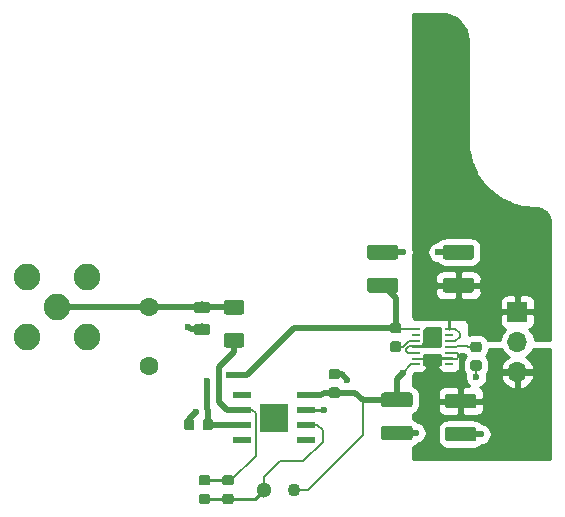
<source format=gbr>
G04 #@! TF.GenerationSoftware,KiCad,Pcbnew,(5.1.2)-1*
G04 #@! TF.CreationDate,2020-10-01T12:47:08+02:00*
G04 #@! TF.ProjectId,SFH203_photodetector,53464832-3033-45f7-9068-6f746f646574,1.4*
G04 #@! TF.SameCoordinates,Original*
G04 #@! TF.FileFunction,Copper,L1,Top*
G04 #@! TF.FilePolarity,Positive*
%FSLAX46Y46*%
G04 Gerber Fmt 4.6, Leading zero omitted, Abs format (unit mm)*
G04 Created by KiCad (PCBNEW (5.1.2)-1) date 2020-10-01 12:47:08*
%MOMM*%
%LPD*%
G04 APERTURE LIST*
%ADD10C,1.280000*%
%ADD11C,0.100000*%
%ADD12C,1.070000*%
%ADD13R,0.700000X0.250000*%
%ADD14C,1.300000*%
%ADD15C,1.100000*%
%ADD16C,0.875000*%
%ADD17C,1.250000*%
%ADD18R,1.550000X0.600000*%
%ADD19R,1.175000X1.175000*%
%ADD20C,0.975000*%
%ADD21C,1.600000*%
%ADD22R,1.700000X1.700000*%
%ADD23O,1.700000X1.700000*%
%ADD24C,2.250000*%
%ADD25C,0.600000*%
%ADD26C,0.200000*%
%ADD27C,0.250000*%
%ADD28C,0.500000*%
%ADD29C,0.254000*%
G04 APERTURE END LIST*
D10*
X144050000Y-66360000D03*
D11*
G36*
X144625000Y-65470301D02*
G01*
X144637267Y-65470301D01*
X144661683Y-65472706D01*
X144685745Y-65477492D01*
X144709222Y-65484614D01*
X144731889Y-65494003D01*
X144753526Y-65505568D01*
X144773925Y-65519198D01*
X144792890Y-65534762D01*
X144810238Y-65552110D01*
X144825802Y-65571075D01*
X144839432Y-65591474D01*
X144850997Y-65613111D01*
X144860386Y-65635778D01*
X144867508Y-65659255D01*
X144872294Y-65683317D01*
X144874699Y-65707733D01*
X144874699Y-65720000D01*
X144875000Y-65720000D01*
X144875000Y-67000000D01*
X144874699Y-67000000D01*
X144874699Y-67012267D01*
X144872294Y-67036683D01*
X144867508Y-67060745D01*
X144860386Y-67084222D01*
X144850997Y-67106889D01*
X144839432Y-67128526D01*
X144825802Y-67148925D01*
X144810238Y-67167890D01*
X144792890Y-67185238D01*
X144773925Y-67200802D01*
X144753526Y-67214432D01*
X144731889Y-67225997D01*
X144709222Y-67235386D01*
X144685745Y-67242508D01*
X144661683Y-67247294D01*
X144637267Y-67249699D01*
X144625000Y-67249699D01*
X144625000Y-67250000D01*
X143270000Y-67250000D01*
X143170000Y-67275000D01*
X142300000Y-67275000D01*
X142300000Y-67025000D01*
X142974500Y-67025000D01*
X142974510Y-67024902D01*
X142974538Y-67024809D01*
X142974584Y-67024722D01*
X142974646Y-67024646D01*
X142974722Y-67024584D01*
X142974809Y-67024538D01*
X142974950Y-67024502D01*
X143024903Y-67019507D01*
X143072801Y-67004539D01*
X143114723Y-66981581D01*
X143152642Y-66950647D01*
X143183579Y-66911727D01*
X143205536Y-66870807D01*
X143219508Y-66823901D01*
X143224503Y-66774949D01*
X143224522Y-66774853D01*
X143224560Y-66774763D01*
X143224615Y-66774681D01*
X143224684Y-66774612D01*
X143224766Y-66774558D01*
X143224857Y-66774521D01*
X143224953Y-66774502D01*
X143225000Y-66774502D01*
X143225000Y-65720000D01*
X143475000Y-65470000D01*
X144625000Y-65470000D01*
X144625000Y-65470301D01*
X144625000Y-65470301D01*
G37*
D12*
X144050000Y-68295000D03*
D11*
G36*
X144625000Y-67760301D02*
G01*
X144637267Y-67760301D01*
X144661683Y-67762706D01*
X144685745Y-67767492D01*
X144709222Y-67774614D01*
X144731889Y-67784003D01*
X144753526Y-67795568D01*
X144773925Y-67809198D01*
X144792890Y-67824762D01*
X144810238Y-67842110D01*
X144825802Y-67861075D01*
X144839432Y-67881474D01*
X144850997Y-67903111D01*
X144860386Y-67925778D01*
X144867508Y-67949255D01*
X144872294Y-67973317D01*
X144874699Y-67997733D01*
X144874699Y-68010000D01*
X144875000Y-68010000D01*
X144875000Y-68025000D01*
X145800000Y-68025000D01*
X145800000Y-68275000D01*
X144875000Y-68275000D01*
X144875000Y-68580000D01*
X144874699Y-68580000D01*
X144874699Y-68592267D01*
X144872294Y-68616683D01*
X144867508Y-68640745D01*
X144860386Y-68664222D01*
X144850997Y-68686889D01*
X144839432Y-68708526D01*
X144825802Y-68728925D01*
X144810238Y-68747890D01*
X144792890Y-68765238D01*
X144773925Y-68780802D01*
X144753526Y-68794432D01*
X144731889Y-68805997D01*
X144709222Y-68815386D01*
X144685745Y-68822508D01*
X144661683Y-68827294D01*
X144637267Y-68829699D01*
X144625000Y-68829699D01*
X144625000Y-68830000D01*
X143475000Y-68830000D01*
X143475000Y-68829699D01*
X143462733Y-68829699D01*
X143438317Y-68827294D01*
X143414255Y-68822508D01*
X143390778Y-68815386D01*
X143368111Y-68805997D01*
X143346474Y-68794432D01*
X143326075Y-68780802D01*
X143307110Y-68765238D01*
X143289762Y-68747890D01*
X143274198Y-68728925D01*
X143260568Y-68708526D01*
X143249003Y-68686889D01*
X143239614Y-68664222D01*
X143232492Y-68640745D01*
X143227706Y-68616683D01*
X143225301Y-68592267D01*
X143225301Y-68580000D01*
X143225000Y-68580000D01*
X143225000Y-68010000D01*
X143225301Y-68010000D01*
X143225301Y-67997733D01*
X143227706Y-67973317D01*
X143232492Y-67949255D01*
X143239614Y-67925778D01*
X143249003Y-67903111D01*
X143260568Y-67881474D01*
X143274198Y-67861075D01*
X143289762Y-67842110D01*
X143307110Y-67824762D01*
X143326075Y-67809198D01*
X143346474Y-67795568D01*
X143368111Y-67784003D01*
X143390778Y-67774614D01*
X143414255Y-67767492D01*
X143438317Y-67762706D01*
X143462733Y-67760301D01*
X143475000Y-67760301D01*
X143475000Y-67760000D01*
X144625000Y-67760000D01*
X144625000Y-67760301D01*
X144625000Y-67760301D01*
G37*
D13*
X142650000Y-65650000D03*
X142650000Y-66150000D03*
X142650000Y-66650000D03*
X142650000Y-67650000D03*
X142650000Y-68150000D03*
X142650000Y-68650000D03*
X145450000Y-68650000D03*
X145450000Y-67650000D03*
X145450000Y-67150000D03*
X145450000Y-66650000D03*
X145450000Y-66150000D03*
X145450000Y-65650000D03*
D14*
X129790000Y-79250000D03*
D15*
X132350000Y-79250000D03*
D11*
G36*
X148027691Y-68301053D02*
G01*
X148048926Y-68304203D01*
X148069750Y-68309419D01*
X148089962Y-68316651D01*
X148109368Y-68325830D01*
X148127781Y-68336866D01*
X148145024Y-68349654D01*
X148160930Y-68364070D01*
X148175346Y-68379976D01*
X148188134Y-68397219D01*
X148199170Y-68415632D01*
X148208349Y-68435038D01*
X148215581Y-68455250D01*
X148220797Y-68476074D01*
X148223947Y-68497309D01*
X148225000Y-68518750D01*
X148225000Y-68956250D01*
X148223947Y-68977691D01*
X148220797Y-68998926D01*
X148215581Y-69019750D01*
X148208349Y-69039962D01*
X148199170Y-69059368D01*
X148188134Y-69077781D01*
X148175346Y-69095024D01*
X148160930Y-69110930D01*
X148145024Y-69125346D01*
X148127781Y-69138134D01*
X148109368Y-69149170D01*
X148089962Y-69158349D01*
X148069750Y-69165581D01*
X148048926Y-69170797D01*
X148027691Y-69173947D01*
X148006250Y-69175000D01*
X147493750Y-69175000D01*
X147472309Y-69173947D01*
X147451074Y-69170797D01*
X147430250Y-69165581D01*
X147410038Y-69158349D01*
X147390632Y-69149170D01*
X147372219Y-69138134D01*
X147354976Y-69125346D01*
X147339070Y-69110930D01*
X147324654Y-69095024D01*
X147311866Y-69077781D01*
X147300830Y-69059368D01*
X147291651Y-69039962D01*
X147284419Y-69019750D01*
X147279203Y-68998926D01*
X147276053Y-68977691D01*
X147275000Y-68956250D01*
X147275000Y-68518750D01*
X147276053Y-68497309D01*
X147279203Y-68476074D01*
X147284419Y-68455250D01*
X147291651Y-68435038D01*
X147300830Y-68415632D01*
X147311866Y-68397219D01*
X147324654Y-68379976D01*
X147339070Y-68364070D01*
X147354976Y-68349654D01*
X147372219Y-68336866D01*
X147390632Y-68325830D01*
X147410038Y-68316651D01*
X147430250Y-68309419D01*
X147451074Y-68304203D01*
X147472309Y-68301053D01*
X147493750Y-68300000D01*
X148006250Y-68300000D01*
X148027691Y-68301053D01*
X148027691Y-68301053D01*
G37*
D16*
X147750000Y-68737500D03*
D11*
G36*
X148027691Y-66726053D02*
G01*
X148048926Y-66729203D01*
X148069750Y-66734419D01*
X148089962Y-66741651D01*
X148109368Y-66750830D01*
X148127781Y-66761866D01*
X148145024Y-66774654D01*
X148160930Y-66789070D01*
X148175346Y-66804976D01*
X148188134Y-66822219D01*
X148199170Y-66840632D01*
X148208349Y-66860038D01*
X148215581Y-66880250D01*
X148220797Y-66901074D01*
X148223947Y-66922309D01*
X148225000Y-66943750D01*
X148225000Y-67381250D01*
X148223947Y-67402691D01*
X148220797Y-67423926D01*
X148215581Y-67444750D01*
X148208349Y-67464962D01*
X148199170Y-67484368D01*
X148188134Y-67502781D01*
X148175346Y-67520024D01*
X148160930Y-67535930D01*
X148145024Y-67550346D01*
X148127781Y-67563134D01*
X148109368Y-67574170D01*
X148089962Y-67583349D01*
X148069750Y-67590581D01*
X148048926Y-67595797D01*
X148027691Y-67598947D01*
X148006250Y-67600000D01*
X147493750Y-67600000D01*
X147472309Y-67598947D01*
X147451074Y-67595797D01*
X147430250Y-67590581D01*
X147410038Y-67583349D01*
X147390632Y-67574170D01*
X147372219Y-67563134D01*
X147354976Y-67550346D01*
X147339070Y-67535930D01*
X147324654Y-67520024D01*
X147311866Y-67502781D01*
X147300830Y-67484368D01*
X147291651Y-67464962D01*
X147284419Y-67444750D01*
X147279203Y-67423926D01*
X147276053Y-67402691D01*
X147275000Y-67381250D01*
X147275000Y-66943750D01*
X147276053Y-66922309D01*
X147279203Y-66901074D01*
X147284419Y-66880250D01*
X147291651Y-66860038D01*
X147300830Y-66840632D01*
X147311866Y-66822219D01*
X147324654Y-66804976D01*
X147339070Y-66789070D01*
X147354976Y-66774654D01*
X147372219Y-66761866D01*
X147390632Y-66750830D01*
X147410038Y-66741651D01*
X147430250Y-66734419D01*
X147451074Y-66729203D01*
X147472309Y-66726053D01*
X147493750Y-66725000D01*
X148006250Y-66725000D01*
X148027691Y-66726053D01*
X148027691Y-66726053D01*
G37*
D16*
X147750000Y-67162500D03*
D11*
G36*
X147549504Y-71126204D02*
G01*
X147573773Y-71129804D01*
X147597571Y-71135765D01*
X147620671Y-71144030D01*
X147642849Y-71154520D01*
X147663893Y-71167133D01*
X147683598Y-71181747D01*
X147701777Y-71198223D01*
X147718253Y-71216402D01*
X147732867Y-71236107D01*
X147745480Y-71257151D01*
X147755970Y-71279329D01*
X147764235Y-71302429D01*
X147770196Y-71326227D01*
X147773796Y-71350496D01*
X147775000Y-71375000D01*
X147775000Y-72125000D01*
X147773796Y-72149504D01*
X147770196Y-72173773D01*
X147764235Y-72197571D01*
X147755970Y-72220671D01*
X147745480Y-72242849D01*
X147732867Y-72263893D01*
X147718253Y-72283598D01*
X147701777Y-72301777D01*
X147683598Y-72318253D01*
X147663893Y-72332867D01*
X147642849Y-72345480D01*
X147620671Y-72355970D01*
X147597571Y-72364235D01*
X147573773Y-72370196D01*
X147549504Y-72373796D01*
X147525000Y-72375000D01*
X145375000Y-72375000D01*
X145350496Y-72373796D01*
X145326227Y-72370196D01*
X145302429Y-72364235D01*
X145279329Y-72355970D01*
X145257151Y-72345480D01*
X145236107Y-72332867D01*
X145216402Y-72318253D01*
X145198223Y-72301777D01*
X145181747Y-72283598D01*
X145167133Y-72263893D01*
X145154520Y-72242849D01*
X145144030Y-72220671D01*
X145135765Y-72197571D01*
X145129804Y-72173773D01*
X145126204Y-72149504D01*
X145125000Y-72125000D01*
X145125000Y-71375000D01*
X145126204Y-71350496D01*
X145129804Y-71326227D01*
X145135765Y-71302429D01*
X145144030Y-71279329D01*
X145154520Y-71257151D01*
X145167133Y-71236107D01*
X145181747Y-71216402D01*
X145198223Y-71198223D01*
X145216402Y-71181747D01*
X145236107Y-71167133D01*
X145257151Y-71154520D01*
X145279329Y-71144030D01*
X145302429Y-71135765D01*
X145326227Y-71129804D01*
X145350496Y-71126204D01*
X145375000Y-71125000D01*
X147525000Y-71125000D01*
X147549504Y-71126204D01*
X147549504Y-71126204D01*
G37*
D17*
X146450000Y-71750000D03*
D11*
G36*
X147549504Y-73926204D02*
G01*
X147573773Y-73929804D01*
X147597571Y-73935765D01*
X147620671Y-73944030D01*
X147642849Y-73954520D01*
X147663893Y-73967133D01*
X147683598Y-73981747D01*
X147701777Y-73998223D01*
X147718253Y-74016402D01*
X147732867Y-74036107D01*
X147745480Y-74057151D01*
X147755970Y-74079329D01*
X147764235Y-74102429D01*
X147770196Y-74126227D01*
X147773796Y-74150496D01*
X147775000Y-74175000D01*
X147775000Y-74925000D01*
X147773796Y-74949504D01*
X147770196Y-74973773D01*
X147764235Y-74997571D01*
X147755970Y-75020671D01*
X147745480Y-75042849D01*
X147732867Y-75063893D01*
X147718253Y-75083598D01*
X147701777Y-75101777D01*
X147683598Y-75118253D01*
X147663893Y-75132867D01*
X147642849Y-75145480D01*
X147620671Y-75155970D01*
X147597571Y-75164235D01*
X147573773Y-75170196D01*
X147549504Y-75173796D01*
X147525000Y-75175000D01*
X145375000Y-75175000D01*
X145350496Y-75173796D01*
X145326227Y-75170196D01*
X145302429Y-75164235D01*
X145279329Y-75155970D01*
X145257151Y-75145480D01*
X145236107Y-75132867D01*
X145216402Y-75118253D01*
X145198223Y-75101777D01*
X145181747Y-75083598D01*
X145167133Y-75063893D01*
X145154520Y-75042849D01*
X145144030Y-75020671D01*
X145135765Y-74997571D01*
X145129804Y-74973773D01*
X145126204Y-74949504D01*
X145125000Y-74925000D01*
X145125000Y-74175000D01*
X145126204Y-74150496D01*
X145129804Y-74126227D01*
X145135765Y-74102429D01*
X145144030Y-74079329D01*
X145154520Y-74057151D01*
X145167133Y-74036107D01*
X145181747Y-74016402D01*
X145198223Y-73998223D01*
X145216402Y-73981747D01*
X145236107Y-73967133D01*
X145257151Y-73954520D01*
X145279329Y-73944030D01*
X145302429Y-73935765D01*
X145326227Y-73929804D01*
X145350496Y-73926204D01*
X145375000Y-73925000D01*
X147525000Y-73925000D01*
X147549504Y-73926204D01*
X147549504Y-73926204D01*
G37*
D17*
X146450000Y-74550000D03*
D11*
G36*
X147349504Y-61326204D02*
G01*
X147373773Y-61329804D01*
X147397571Y-61335765D01*
X147420671Y-61344030D01*
X147442849Y-61354520D01*
X147463893Y-61367133D01*
X147483598Y-61381747D01*
X147501777Y-61398223D01*
X147518253Y-61416402D01*
X147532867Y-61436107D01*
X147545480Y-61457151D01*
X147555970Y-61479329D01*
X147564235Y-61502429D01*
X147570196Y-61526227D01*
X147573796Y-61550496D01*
X147575000Y-61575000D01*
X147575000Y-62325000D01*
X147573796Y-62349504D01*
X147570196Y-62373773D01*
X147564235Y-62397571D01*
X147555970Y-62420671D01*
X147545480Y-62442849D01*
X147532867Y-62463893D01*
X147518253Y-62483598D01*
X147501777Y-62501777D01*
X147483598Y-62518253D01*
X147463893Y-62532867D01*
X147442849Y-62545480D01*
X147420671Y-62555970D01*
X147397571Y-62564235D01*
X147373773Y-62570196D01*
X147349504Y-62573796D01*
X147325000Y-62575000D01*
X145175000Y-62575000D01*
X145150496Y-62573796D01*
X145126227Y-62570196D01*
X145102429Y-62564235D01*
X145079329Y-62555970D01*
X145057151Y-62545480D01*
X145036107Y-62532867D01*
X145016402Y-62518253D01*
X144998223Y-62501777D01*
X144981747Y-62483598D01*
X144967133Y-62463893D01*
X144954520Y-62442849D01*
X144944030Y-62420671D01*
X144935765Y-62397571D01*
X144929804Y-62373773D01*
X144926204Y-62349504D01*
X144925000Y-62325000D01*
X144925000Y-61575000D01*
X144926204Y-61550496D01*
X144929804Y-61526227D01*
X144935765Y-61502429D01*
X144944030Y-61479329D01*
X144954520Y-61457151D01*
X144967133Y-61436107D01*
X144981747Y-61416402D01*
X144998223Y-61398223D01*
X145016402Y-61381747D01*
X145036107Y-61367133D01*
X145057151Y-61354520D01*
X145079329Y-61344030D01*
X145102429Y-61335765D01*
X145126227Y-61329804D01*
X145150496Y-61326204D01*
X145175000Y-61325000D01*
X147325000Y-61325000D01*
X147349504Y-61326204D01*
X147349504Y-61326204D01*
G37*
D17*
X146250000Y-61950000D03*
D11*
G36*
X147349504Y-58526204D02*
G01*
X147373773Y-58529804D01*
X147397571Y-58535765D01*
X147420671Y-58544030D01*
X147442849Y-58554520D01*
X147463893Y-58567133D01*
X147483598Y-58581747D01*
X147501777Y-58598223D01*
X147518253Y-58616402D01*
X147532867Y-58636107D01*
X147545480Y-58657151D01*
X147555970Y-58679329D01*
X147564235Y-58702429D01*
X147570196Y-58726227D01*
X147573796Y-58750496D01*
X147575000Y-58775000D01*
X147575000Y-59525000D01*
X147573796Y-59549504D01*
X147570196Y-59573773D01*
X147564235Y-59597571D01*
X147555970Y-59620671D01*
X147545480Y-59642849D01*
X147532867Y-59663893D01*
X147518253Y-59683598D01*
X147501777Y-59701777D01*
X147483598Y-59718253D01*
X147463893Y-59732867D01*
X147442849Y-59745480D01*
X147420671Y-59755970D01*
X147397571Y-59764235D01*
X147373773Y-59770196D01*
X147349504Y-59773796D01*
X147325000Y-59775000D01*
X145175000Y-59775000D01*
X145150496Y-59773796D01*
X145126227Y-59770196D01*
X145102429Y-59764235D01*
X145079329Y-59755970D01*
X145057151Y-59745480D01*
X145036107Y-59732867D01*
X145016402Y-59718253D01*
X144998223Y-59701777D01*
X144981747Y-59683598D01*
X144967133Y-59663893D01*
X144954520Y-59642849D01*
X144944030Y-59620671D01*
X144935765Y-59597571D01*
X144929804Y-59573773D01*
X144926204Y-59549504D01*
X144925000Y-59525000D01*
X144925000Y-58775000D01*
X144926204Y-58750496D01*
X144929804Y-58726227D01*
X144935765Y-58702429D01*
X144944030Y-58679329D01*
X144954520Y-58657151D01*
X144967133Y-58636107D01*
X144981747Y-58616402D01*
X144998223Y-58598223D01*
X145016402Y-58581747D01*
X145036107Y-58567133D01*
X145057151Y-58554520D01*
X145079329Y-58544030D01*
X145102429Y-58535765D01*
X145126227Y-58529804D01*
X145150496Y-58526204D01*
X145175000Y-58525000D01*
X147325000Y-58525000D01*
X147349504Y-58526204D01*
X147349504Y-58526204D01*
G37*
D17*
X146250000Y-59150000D03*
D18*
X133350000Y-75055000D03*
X133350000Y-73785000D03*
X133350000Y-72515000D03*
X133350000Y-71245000D03*
X127950000Y-71245000D03*
X127950000Y-72515000D03*
X127950000Y-73785000D03*
X127950000Y-75055000D03*
D19*
X130062500Y-72562500D03*
X130062500Y-73737500D03*
X131237500Y-72562500D03*
X131237500Y-73737500D03*
D11*
G36*
X141227691Y-65126053D02*
G01*
X141248926Y-65129203D01*
X141269750Y-65134419D01*
X141289962Y-65141651D01*
X141309368Y-65150830D01*
X141327781Y-65161866D01*
X141345024Y-65174654D01*
X141360930Y-65189070D01*
X141375346Y-65204976D01*
X141388134Y-65222219D01*
X141399170Y-65240632D01*
X141408349Y-65260038D01*
X141415581Y-65280250D01*
X141420797Y-65301074D01*
X141423947Y-65322309D01*
X141425000Y-65343750D01*
X141425000Y-65781250D01*
X141423947Y-65802691D01*
X141420797Y-65823926D01*
X141415581Y-65844750D01*
X141408349Y-65864962D01*
X141399170Y-65884368D01*
X141388134Y-65902781D01*
X141375346Y-65920024D01*
X141360930Y-65935930D01*
X141345024Y-65950346D01*
X141327781Y-65963134D01*
X141309368Y-65974170D01*
X141289962Y-65983349D01*
X141269750Y-65990581D01*
X141248926Y-65995797D01*
X141227691Y-65998947D01*
X141206250Y-66000000D01*
X140693750Y-66000000D01*
X140672309Y-65998947D01*
X140651074Y-65995797D01*
X140630250Y-65990581D01*
X140610038Y-65983349D01*
X140590632Y-65974170D01*
X140572219Y-65963134D01*
X140554976Y-65950346D01*
X140539070Y-65935930D01*
X140524654Y-65920024D01*
X140511866Y-65902781D01*
X140500830Y-65884368D01*
X140491651Y-65864962D01*
X140484419Y-65844750D01*
X140479203Y-65823926D01*
X140476053Y-65802691D01*
X140475000Y-65781250D01*
X140475000Y-65343750D01*
X140476053Y-65322309D01*
X140479203Y-65301074D01*
X140484419Y-65280250D01*
X140491651Y-65260038D01*
X140500830Y-65240632D01*
X140511866Y-65222219D01*
X140524654Y-65204976D01*
X140539070Y-65189070D01*
X140554976Y-65174654D01*
X140572219Y-65161866D01*
X140590632Y-65150830D01*
X140610038Y-65141651D01*
X140630250Y-65134419D01*
X140651074Y-65129203D01*
X140672309Y-65126053D01*
X140693750Y-65125000D01*
X141206250Y-65125000D01*
X141227691Y-65126053D01*
X141227691Y-65126053D01*
G37*
D16*
X140950000Y-65562500D03*
D11*
G36*
X141227691Y-66701053D02*
G01*
X141248926Y-66704203D01*
X141269750Y-66709419D01*
X141289962Y-66716651D01*
X141309368Y-66725830D01*
X141327781Y-66736866D01*
X141345024Y-66749654D01*
X141360930Y-66764070D01*
X141375346Y-66779976D01*
X141388134Y-66797219D01*
X141399170Y-66815632D01*
X141408349Y-66835038D01*
X141415581Y-66855250D01*
X141420797Y-66876074D01*
X141423947Y-66897309D01*
X141425000Y-66918750D01*
X141425000Y-67356250D01*
X141423947Y-67377691D01*
X141420797Y-67398926D01*
X141415581Y-67419750D01*
X141408349Y-67439962D01*
X141399170Y-67459368D01*
X141388134Y-67477781D01*
X141375346Y-67495024D01*
X141360930Y-67510930D01*
X141345024Y-67525346D01*
X141327781Y-67538134D01*
X141309368Y-67549170D01*
X141289962Y-67558349D01*
X141269750Y-67565581D01*
X141248926Y-67570797D01*
X141227691Y-67573947D01*
X141206250Y-67575000D01*
X140693750Y-67575000D01*
X140672309Y-67573947D01*
X140651074Y-67570797D01*
X140630250Y-67565581D01*
X140610038Y-67558349D01*
X140590632Y-67549170D01*
X140572219Y-67538134D01*
X140554976Y-67525346D01*
X140539070Y-67510930D01*
X140524654Y-67495024D01*
X140511866Y-67477781D01*
X140500830Y-67459368D01*
X140491651Y-67439962D01*
X140484419Y-67419750D01*
X140479203Y-67398926D01*
X140476053Y-67377691D01*
X140475000Y-67356250D01*
X140475000Y-66918750D01*
X140476053Y-66897309D01*
X140479203Y-66876074D01*
X140484419Y-66855250D01*
X140491651Y-66835038D01*
X140500830Y-66815632D01*
X140511866Y-66797219D01*
X140524654Y-66779976D01*
X140539070Y-66764070D01*
X140554976Y-66749654D01*
X140572219Y-66736866D01*
X140590632Y-66725830D01*
X140610038Y-66716651D01*
X140630250Y-66709419D01*
X140651074Y-66704203D01*
X140672309Y-66701053D01*
X140693750Y-66700000D01*
X141206250Y-66700000D01*
X141227691Y-66701053D01*
X141227691Y-66701053D01*
G37*
D16*
X140950000Y-67137500D03*
D11*
G36*
X140949504Y-58526204D02*
G01*
X140973773Y-58529804D01*
X140997571Y-58535765D01*
X141020671Y-58544030D01*
X141042849Y-58554520D01*
X141063893Y-58567133D01*
X141083598Y-58581747D01*
X141101777Y-58598223D01*
X141118253Y-58616402D01*
X141132867Y-58636107D01*
X141145480Y-58657151D01*
X141155970Y-58679329D01*
X141164235Y-58702429D01*
X141170196Y-58726227D01*
X141173796Y-58750496D01*
X141175000Y-58775000D01*
X141175000Y-59525000D01*
X141173796Y-59549504D01*
X141170196Y-59573773D01*
X141164235Y-59597571D01*
X141155970Y-59620671D01*
X141145480Y-59642849D01*
X141132867Y-59663893D01*
X141118253Y-59683598D01*
X141101777Y-59701777D01*
X141083598Y-59718253D01*
X141063893Y-59732867D01*
X141042849Y-59745480D01*
X141020671Y-59755970D01*
X140997571Y-59764235D01*
X140973773Y-59770196D01*
X140949504Y-59773796D01*
X140925000Y-59775000D01*
X138775000Y-59775000D01*
X138750496Y-59773796D01*
X138726227Y-59770196D01*
X138702429Y-59764235D01*
X138679329Y-59755970D01*
X138657151Y-59745480D01*
X138636107Y-59732867D01*
X138616402Y-59718253D01*
X138598223Y-59701777D01*
X138581747Y-59683598D01*
X138567133Y-59663893D01*
X138554520Y-59642849D01*
X138544030Y-59620671D01*
X138535765Y-59597571D01*
X138529804Y-59573773D01*
X138526204Y-59549504D01*
X138525000Y-59525000D01*
X138525000Y-58775000D01*
X138526204Y-58750496D01*
X138529804Y-58726227D01*
X138535765Y-58702429D01*
X138544030Y-58679329D01*
X138554520Y-58657151D01*
X138567133Y-58636107D01*
X138581747Y-58616402D01*
X138598223Y-58598223D01*
X138616402Y-58581747D01*
X138636107Y-58567133D01*
X138657151Y-58554520D01*
X138679329Y-58544030D01*
X138702429Y-58535765D01*
X138726227Y-58529804D01*
X138750496Y-58526204D01*
X138775000Y-58525000D01*
X140925000Y-58525000D01*
X140949504Y-58526204D01*
X140949504Y-58526204D01*
G37*
D17*
X139850000Y-59150000D03*
D11*
G36*
X140949504Y-61326204D02*
G01*
X140973773Y-61329804D01*
X140997571Y-61335765D01*
X141020671Y-61344030D01*
X141042849Y-61354520D01*
X141063893Y-61367133D01*
X141083598Y-61381747D01*
X141101777Y-61398223D01*
X141118253Y-61416402D01*
X141132867Y-61436107D01*
X141145480Y-61457151D01*
X141155970Y-61479329D01*
X141164235Y-61502429D01*
X141170196Y-61526227D01*
X141173796Y-61550496D01*
X141175000Y-61575000D01*
X141175000Y-62325000D01*
X141173796Y-62349504D01*
X141170196Y-62373773D01*
X141164235Y-62397571D01*
X141155970Y-62420671D01*
X141145480Y-62442849D01*
X141132867Y-62463893D01*
X141118253Y-62483598D01*
X141101777Y-62501777D01*
X141083598Y-62518253D01*
X141063893Y-62532867D01*
X141042849Y-62545480D01*
X141020671Y-62555970D01*
X140997571Y-62564235D01*
X140973773Y-62570196D01*
X140949504Y-62573796D01*
X140925000Y-62575000D01*
X138775000Y-62575000D01*
X138750496Y-62573796D01*
X138726227Y-62570196D01*
X138702429Y-62564235D01*
X138679329Y-62555970D01*
X138657151Y-62545480D01*
X138636107Y-62532867D01*
X138616402Y-62518253D01*
X138598223Y-62501777D01*
X138581747Y-62483598D01*
X138567133Y-62463893D01*
X138554520Y-62442849D01*
X138544030Y-62420671D01*
X138535765Y-62397571D01*
X138529804Y-62373773D01*
X138526204Y-62349504D01*
X138525000Y-62325000D01*
X138525000Y-61575000D01*
X138526204Y-61550496D01*
X138529804Y-61526227D01*
X138535765Y-61502429D01*
X138544030Y-61479329D01*
X138554520Y-61457151D01*
X138567133Y-61436107D01*
X138581747Y-61416402D01*
X138598223Y-61398223D01*
X138616402Y-61381747D01*
X138636107Y-61367133D01*
X138657151Y-61354520D01*
X138679329Y-61344030D01*
X138702429Y-61335765D01*
X138726227Y-61329804D01*
X138750496Y-61326204D01*
X138775000Y-61325000D01*
X140925000Y-61325000D01*
X140949504Y-61326204D01*
X140949504Y-61326204D01*
G37*
D17*
X139850000Y-61950000D03*
D11*
G36*
X142149504Y-73826204D02*
G01*
X142173773Y-73829804D01*
X142197571Y-73835765D01*
X142220671Y-73844030D01*
X142242849Y-73854520D01*
X142263893Y-73867133D01*
X142283598Y-73881747D01*
X142301777Y-73898223D01*
X142318253Y-73916402D01*
X142332867Y-73936107D01*
X142345480Y-73957151D01*
X142355970Y-73979329D01*
X142364235Y-74002429D01*
X142370196Y-74026227D01*
X142373796Y-74050496D01*
X142375000Y-74075000D01*
X142375000Y-74825000D01*
X142373796Y-74849504D01*
X142370196Y-74873773D01*
X142364235Y-74897571D01*
X142355970Y-74920671D01*
X142345480Y-74942849D01*
X142332867Y-74963893D01*
X142318253Y-74983598D01*
X142301777Y-75001777D01*
X142283598Y-75018253D01*
X142263893Y-75032867D01*
X142242849Y-75045480D01*
X142220671Y-75055970D01*
X142197571Y-75064235D01*
X142173773Y-75070196D01*
X142149504Y-75073796D01*
X142125000Y-75075000D01*
X139975000Y-75075000D01*
X139950496Y-75073796D01*
X139926227Y-75070196D01*
X139902429Y-75064235D01*
X139879329Y-75055970D01*
X139857151Y-75045480D01*
X139836107Y-75032867D01*
X139816402Y-75018253D01*
X139798223Y-75001777D01*
X139781747Y-74983598D01*
X139767133Y-74963893D01*
X139754520Y-74942849D01*
X139744030Y-74920671D01*
X139735765Y-74897571D01*
X139729804Y-74873773D01*
X139726204Y-74849504D01*
X139725000Y-74825000D01*
X139725000Y-74075000D01*
X139726204Y-74050496D01*
X139729804Y-74026227D01*
X139735765Y-74002429D01*
X139744030Y-73979329D01*
X139754520Y-73957151D01*
X139767133Y-73936107D01*
X139781747Y-73916402D01*
X139798223Y-73898223D01*
X139816402Y-73881747D01*
X139836107Y-73867133D01*
X139857151Y-73854520D01*
X139879329Y-73844030D01*
X139902429Y-73835765D01*
X139926227Y-73829804D01*
X139950496Y-73826204D01*
X139975000Y-73825000D01*
X142125000Y-73825000D01*
X142149504Y-73826204D01*
X142149504Y-73826204D01*
G37*
D17*
X141050000Y-74450000D03*
D11*
G36*
X142149504Y-71026204D02*
G01*
X142173773Y-71029804D01*
X142197571Y-71035765D01*
X142220671Y-71044030D01*
X142242849Y-71054520D01*
X142263893Y-71067133D01*
X142283598Y-71081747D01*
X142301777Y-71098223D01*
X142318253Y-71116402D01*
X142332867Y-71136107D01*
X142345480Y-71157151D01*
X142355970Y-71179329D01*
X142364235Y-71202429D01*
X142370196Y-71226227D01*
X142373796Y-71250496D01*
X142375000Y-71275000D01*
X142375000Y-72025000D01*
X142373796Y-72049504D01*
X142370196Y-72073773D01*
X142364235Y-72097571D01*
X142355970Y-72120671D01*
X142345480Y-72142849D01*
X142332867Y-72163893D01*
X142318253Y-72183598D01*
X142301777Y-72201777D01*
X142283598Y-72218253D01*
X142263893Y-72232867D01*
X142242849Y-72245480D01*
X142220671Y-72255970D01*
X142197571Y-72264235D01*
X142173773Y-72270196D01*
X142149504Y-72273796D01*
X142125000Y-72275000D01*
X139975000Y-72275000D01*
X139950496Y-72273796D01*
X139926227Y-72270196D01*
X139902429Y-72264235D01*
X139879329Y-72255970D01*
X139857151Y-72245480D01*
X139836107Y-72232867D01*
X139816402Y-72218253D01*
X139798223Y-72201777D01*
X139781747Y-72183598D01*
X139767133Y-72163893D01*
X139754520Y-72142849D01*
X139744030Y-72120671D01*
X139735765Y-72097571D01*
X139729804Y-72073773D01*
X139726204Y-72049504D01*
X139725000Y-72025000D01*
X139725000Y-71275000D01*
X139726204Y-71250496D01*
X139729804Y-71226227D01*
X139735765Y-71202429D01*
X139744030Y-71179329D01*
X139754520Y-71157151D01*
X139767133Y-71136107D01*
X139781747Y-71116402D01*
X139798223Y-71098223D01*
X139816402Y-71081747D01*
X139836107Y-71067133D01*
X139857151Y-71054520D01*
X139879329Y-71044030D01*
X139902429Y-71035765D01*
X139926227Y-71029804D01*
X139950496Y-71026204D01*
X139975000Y-71025000D01*
X142125000Y-71025000D01*
X142149504Y-71026204D01*
X142149504Y-71026204D01*
G37*
D17*
X141050000Y-71650000D03*
D11*
G36*
X125027691Y-78026053D02*
G01*
X125048926Y-78029203D01*
X125069750Y-78034419D01*
X125089962Y-78041651D01*
X125109368Y-78050830D01*
X125127781Y-78061866D01*
X125145024Y-78074654D01*
X125160930Y-78089070D01*
X125175346Y-78104976D01*
X125188134Y-78122219D01*
X125199170Y-78140632D01*
X125208349Y-78160038D01*
X125215581Y-78180250D01*
X125220797Y-78201074D01*
X125223947Y-78222309D01*
X125225000Y-78243750D01*
X125225000Y-78681250D01*
X125223947Y-78702691D01*
X125220797Y-78723926D01*
X125215581Y-78744750D01*
X125208349Y-78764962D01*
X125199170Y-78784368D01*
X125188134Y-78802781D01*
X125175346Y-78820024D01*
X125160930Y-78835930D01*
X125145024Y-78850346D01*
X125127781Y-78863134D01*
X125109368Y-78874170D01*
X125089962Y-78883349D01*
X125069750Y-78890581D01*
X125048926Y-78895797D01*
X125027691Y-78898947D01*
X125006250Y-78900000D01*
X124493750Y-78900000D01*
X124472309Y-78898947D01*
X124451074Y-78895797D01*
X124430250Y-78890581D01*
X124410038Y-78883349D01*
X124390632Y-78874170D01*
X124372219Y-78863134D01*
X124354976Y-78850346D01*
X124339070Y-78835930D01*
X124324654Y-78820024D01*
X124311866Y-78802781D01*
X124300830Y-78784368D01*
X124291651Y-78764962D01*
X124284419Y-78744750D01*
X124279203Y-78723926D01*
X124276053Y-78702691D01*
X124275000Y-78681250D01*
X124275000Y-78243750D01*
X124276053Y-78222309D01*
X124279203Y-78201074D01*
X124284419Y-78180250D01*
X124291651Y-78160038D01*
X124300830Y-78140632D01*
X124311866Y-78122219D01*
X124324654Y-78104976D01*
X124339070Y-78089070D01*
X124354976Y-78074654D01*
X124372219Y-78061866D01*
X124390632Y-78050830D01*
X124410038Y-78041651D01*
X124430250Y-78034419D01*
X124451074Y-78029203D01*
X124472309Y-78026053D01*
X124493750Y-78025000D01*
X125006250Y-78025000D01*
X125027691Y-78026053D01*
X125027691Y-78026053D01*
G37*
D16*
X124750000Y-78462500D03*
D11*
G36*
X125027691Y-79601053D02*
G01*
X125048926Y-79604203D01*
X125069750Y-79609419D01*
X125089962Y-79616651D01*
X125109368Y-79625830D01*
X125127781Y-79636866D01*
X125145024Y-79649654D01*
X125160930Y-79664070D01*
X125175346Y-79679976D01*
X125188134Y-79697219D01*
X125199170Y-79715632D01*
X125208349Y-79735038D01*
X125215581Y-79755250D01*
X125220797Y-79776074D01*
X125223947Y-79797309D01*
X125225000Y-79818750D01*
X125225000Y-80256250D01*
X125223947Y-80277691D01*
X125220797Y-80298926D01*
X125215581Y-80319750D01*
X125208349Y-80339962D01*
X125199170Y-80359368D01*
X125188134Y-80377781D01*
X125175346Y-80395024D01*
X125160930Y-80410930D01*
X125145024Y-80425346D01*
X125127781Y-80438134D01*
X125109368Y-80449170D01*
X125089962Y-80458349D01*
X125069750Y-80465581D01*
X125048926Y-80470797D01*
X125027691Y-80473947D01*
X125006250Y-80475000D01*
X124493750Y-80475000D01*
X124472309Y-80473947D01*
X124451074Y-80470797D01*
X124430250Y-80465581D01*
X124410038Y-80458349D01*
X124390632Y-80449170D01*
X124372219Y-80438134D01*
X124354976Y-80425346D01*
X124339070Y-80410930D01*
X124324654Y-80395024D01*
X124311866Y-80377781D01*
X124300830Y-80359368D01*
X124291651Y-80339962D01*
X124284419Y-80319750D01*
X124279203Y-80298926D01*
X124276053Y-80277691D01*
X124275000Y-80256250D01*
X124275000Y-79818750D01*
X124276053Y-79797309D01*
X124279203Y-79776074D01*
X124284419Y-79755250D01*
X124291651Y-79735038D01*
X124300830Y-79715632D01*
X124311866Y-79697219D01*
X124324654Y-79679976D01*
X124339070Y-79664070D01*
X124354976Y-79649654D01*
X124372219Y-79636866D01*
X124390632Y-79625830D01*
X124410038Y-79616651D01*
X124430250Y-79609419D01*
X124451074Y-79604203D01*
X124472309Y-79601053D01*
X124493750Y-79600000D01*
X125006250Y-79600000D01*
X125027691Y-79601053D01*
X125027691Y-79601053D01*
G37*
D16*
X124750000Y-80037500D03*
D11*
G36*
X136027691Y-69026053D02*
G01*
X136048926Y-69029203D01*
X136069750Y-69034419D01*
X136089962Y-69041651D01*
X136109368Y-69050830D01*
X136127781Y-69061866D01*
X136145024Y-69074654D01*
X136160930Y-69089070D01*
X136175346Y-69104976D01*
X136188134Y-69122219D01*
X136199170Y-69140632D01*
X136208349Y-69160038D01*
X136215581Y-69180250D01*
X136220797Y-69201074D01*
X136223947Y-69222309D01*
X136225000Y-69243750D01*
X136225000Y-69681250D01*
X136223947Y-69702691D01*
X136220797Y-69723926D01*
X136215581Y-69744750D01*
X136208349Y-69764962D01*
X136199170Y-69784368D01*
X136188134Y-69802781D01*
X136175346Y-69820024D01*
X136160930Y-69835930D01*
X136145024Y-69850346D01*
X136127781Y-69863134D01*
X136109368Y-69874170D01*
X136089962Y-69883349D01*
X136069750Y-69890581D01*
X136048926Y-69895797D01*
X136027691Y-69898947D01*
X136006250Y-69900000D01*
X135493750Y-69900000D01*
X135472309Y-69898947D01*
X135451074Y-69895797D01*
X135430250Y-69890581D01*
X135410038Y-69883349D01*
X135390632Y-69874170D01*
X135372219Y-69863134D01*
X135354976Y-69850346D01*
X135339070Y-69835930D01*
X135324654Y-69820024D01*
X135311866Y-69802781D01*
X135300830Y-69784368D01*
X135291651Y-69764962D01*
X135284419Y-69744750D01*
X135279203Y-69723926D01*
X135276053Y-69702691D01*
X135275000Y-69681250D01*
X135275000Y-69243750D01*
X135276053Y-69222309D01*
X135279203Y-69201074D01*
X135284419Y-69180250D01*
X135291651Y-69160038D01*
X135300830Y-69140632D01*
X135311866Y-69122219D01*
X135324654Y-69104976D01*
X135339070Y-69089070D01*
X135354976Y-69074654D01*
X135372219Y-69061866D01*
X135390632Y-69050830D01*
X135410038Y-69041651D01*
X135430250Y-69034419D01*
X135451074Y-69029203D01*
X135472309Y-69026053D01*
X135493750Y-69025000D01*
X136006250Y-69025000D01*
X136027691Y-69026053D01*
X136027691Y-69026053D01*
G37*
D16*
X135750000Y-69462500D03*
D11*
G36*
X136027691Y-70601053D02*
G01*
X136048926Y-70604203D01*
X136069750Y-70609419D01*
X136089962Y-70616651D01*
X136109368Y-70625830D01*
X136127781Y-70636866D01*
X136145024Y-70649654D01*
X136160930Y-70664070D01*
X136175346Y-70679976D01*
X136188134Y-70697219D01*
X136199170Y-70715632D01*
X136208349Y-70735038D01*
X136215581Y-70755250D01*
X136220797Y-70776074D01*
X136223947Y-70797309D01*
X136225000Y-70818750D01*
X136225000Y-71256250D01*
X136223947Y-71277691D01*
X136220797Y-71298926D01*
X136215581Y-71319750D01*
X136208349Y-71339962D01*
X136199170Y-71359368D01*
X136188134Y-71377781D01*
X136175346Y-71395024D01*
X136160930Y-71410930D01*
X136145024Y-71425346D01*
X136127781Y-71438134D01*
X136109368Y-71449170D01*
X136089962Y-71458349D01*
X136069750Y-71465581D01*
X136048926Y-71470797D01*
X136027691Y-71473947D01*
X136006250Y-71475000D01*
X135493750Y-71475000D01*
X135472309Y-71473947D01*
X135451074Y-71470797D01*
X135430250Y-71465581D01*
X135410038Y-71458349D01*
X135390632Y-71449170D01*
X135372219Y-71438134D01*
X135354976Y-71425346D01*
X135339070Y-71410930D01*
X135324654Y-71395024D01*
X135311866Y-71377781D01*
X135300830Y-71359368D01*
X135291651Y-71339962D01*
X135284419Y-71319750D01*
X135279203Y-71298926D01*
X135276053Y-71277691D01*
X135275000Y-71256250D01*
X135275000Y-70818750D01*
X135276053Y-70797309D01*
X135279203Y-70776074D01*
X135284419Y-70755250D01*
X135291651Y-70735038D01*
X135300830Y-70715632D01*
X135311866Y-70697219D01*
X135324654Y-70679976D01*
X135339070Y-70664070D01*
X135354976Y-70649654D01*
X135372219Y-70636866D01*
X135390632Y-70625830D01*
X135410038Y-70616651D01*
X135430250Y-70609419D01*
X135451074Y-70604203D01*
X135472309Y-70601053D01*
X135493750Y-70600000D01*
X136006250Y-70600000D01*
X136027691Y-70601053D01*
X136027691Y-70601053D01*
G37*
D16*
X135750000Y-71037500D03*
D11*
G36*
X125030142Y-63326174D02*
G01*
X125053803Y-63329684D01*
X125077007Y-63335496D01*
X125099529Y-63343554D01*
X125121153Y-63353782D01*
X125141670Y-63366079D01*
X125160883Y-63380329D01*
X125178607Y-63396393D01*
X125194671Y-63414117D01*
X125208921Y-63433330D01*
X125221218Y-63453847D01*
X125231446Y-63475471D01*
X125239504Y-63497993D01*
X125245316Y-63521197D01*
X125248826Y-63544858D01*
X125250000Y-63568750D01*
X125250000Y-64056250D01*
X125248826Y-64080142D01*
X125245316Y-64103803D01*
X125239504Y-64127007D01*
X125231446Y-64149529D01*
X125221218Y-64171153D01*
X125208921Y-64191670D01*
X125194671Y-64210883D01*
X125178607Y-64228607D01*
X125160883Y-64244671D01*
X125141670Y-64258921D01*
X125121153Y-64271218D01*
X125099529Y-64281446D01*
X125077007Y-64289504D01*
X125053803Y-64295316D01*
X125030142Y-64298826D01*
X125006250Y-64300000D01*
X124093750Y-64300000D01*
X124069858Y-64298826D01*
X124046197Y-64295316D01*
X124022993Y-64289504D01*
X124000471Y-64281446D01*
X123978847Y-64271218D01*
X123958330Y-64258921D01*
X123939117Y-64244671D01*
X123921393Y-64228607D01*
X123905329Y-64210883D01*
X123891079Y-64191670D01*
X123878782Y-64171153D01*
X123868554Y-64149529D01*
X123860496Y-64127007D01*
X123854684Y-64103803D01*
X123851174Y-64080142D01*
X123850000Y-64056250D01*
X123850000Y-63568750D01*
X123851174Y-63544858D01*
X123854684Y-63521197D01*
X123860496Y-63497993D01*
X123868554Y-63475471D01*
X123878782Y-63453847D01*
X123891079Y-63433330D01*
X123905329Y-63414117D01*
X123921393Y-63396393D01*
X123939117Y-63380329D01*
X123958330Y-63366079D01*
X123978847Y-63353782D01*
X124000471Y-63343554D01*
X124022993Y-63335496D01*
X124046197Y-63329684D01*
X124069858Y-63326174D01*
X124093750Y-63325000D01*
X125006250Y-63325000D01*
X125030142Y-63326174D01*
X125030142Y-63326174D01*
G37*
D20*
X124550000Y-63812500D03*
D11*
G36*
X125030142Y-65201174D02*
G01*
X125053803Y-65204684D01*
X125077007Y-65210496D01*
X125099529Y-65218554D01*
X125121153Y-65228782D01*
X125141670Y-65241079D01*
X125160883Y-65255329D01*
X125178607Y-65271393D01*
X125194671Y-65289117D01*
X125208921Y-65308330D01*
X125221218Y-65328847D01*
X125231446Y-65350471D01*
X125239504Y-65372993D01*
X125245316Y-65396197D01*
X125248826Y-65419858D01*
X125250000Y-65443750D01*
X125250000Y-65931250D01*
X125248826Y-65955142D01*
X125245316Y-65978803D01*
X125239504Y-66002007D01*
X125231446Y-66024529D01*
X125221218Y-66046153D01*
X125208921Y-66066670D01*
X125194671Y-66085883D01*
X125178607Y-66103607D01*
X125160883Y-66119671D01*
X125141670Y-66133921D01*
X125121153Y-66146218D01*
X125099529Y-66156446D01*
X125077007Y-66164504D01*
X125053803Y-66170316D01*
X125030142Y-66173826D01*
X125006250Y-66175000D01*
X124093750Y-66175000D01*
X124069858Y-66173826D01*
X124046197Y-66170316D01*
X124022993Y-66164504D01*
X124000471Y-66156446D01*
X123978847Y-66146218D01*
X123958330Y-66133921D01*
X123939117Y-66119671D01*
X123921393Y-66103607D01*
X123905329Y-66085883D01*
X123891079Y-66066670D01*
X123878782Y-66046153D01*
X123868554Y-66024529D01*
X123860496Y-66002007D01*
X123854684Y-65978803D01*
X123851174Y-65955142D01*
X123850000Y-65931250D01*
X123850000Y-65443750D01*
X123851174Y-65419858D01*
X123854684Y-65396197D01*
X123860496Y-65372993D01*
X123868554Y-65350471D01*
X123878782Y-65328847D01*
X123891079Y-65308330D01*
X123905329Y-65289117D01*
X123921393Y-65271393D01*
X123939117Y-65255329D01*
X123958330Y-65241079D01*
X123978847Y-65228782D01*
X124000471Y-65218554D01*
X124022993Y-65210496D01*
X124046197Y-65204684D01*
X124069858Y-65201174D01*
X124093750Y-65200000D01*
X125006250Y-65200000D01*
X125030142Y-65201174D01*
X125030142Y-65201174D01*
G37*
D20*
X124550000Y-65687500D03*
D21*
X120050000Y-63750000D03*
X120050000Y-68750000D03*
D11*
G36*
X125277691Y-73276053D02*
G01*
X125298926Y-73279203D01*
X125319750Y-73284419D01*
X125339962Y-73291651D01*
X125359368Y-73300830D01*
X125377781Y-73311866D01*
X125395024Y-73324654D01*
X125410930Y-73339070D01*
X125425346Y-73354976D01*
X125438134Y-73372219D01*
X125449170Y-73390632D01*
X125458349Y-73410038D01*
X125465581Y-73430250D01*
X125470797Y-73451074D01*
X125473947Y-73472309D01*
X125475000Y-73493750D01*
X125475000Y-74006250D01*
X125473947Y-74027691D01*
X125470797Y-74048926D01*
X125465581Y-74069750D01*
X125458349Y-74089962D01*
X125449170Y-74109368D01*
X125438134Y-74127781D01*
X125425346Y-74145024D01*
X125410930Y-74160930D01*
X125395024Y-74175346D01*
X125377781Y-74188134D01*
X125359368Y-74199170D01*
X125339962Y-74208349D01*
X125319750Y-74215581D01*
X125298926Y-74220797D01*
X125277691Y-74223947D01*
X125256250Y-74225000D01*
X124818750Y-74225000D01*
X124797309Y-74223947D01*
X124776074Y-74220797D01*
X124755250Y-74215581D01*
X124735038Y-74208349D01*
X124715632Y-74199170D01*
X124697219Y-74188134D01*
X124679976Y-74175346D01*
X124664070Y-74160930D01*
X124649654Y-74145024D01*
X124636866Y-74127781D01*
X124625830Y-74109368D01*
X124616651Y-74089962D01*
X124609419Y-74069750D01*
X124604203Y-74048926D01*
X124601053Y-74027691D01*
X124600000Y-74006250D01*
X124600000Y-73493750D01*
X124601053Y-73472309D01*
X124604203Y-73451074D01*
X124609419Y-73430250D01*
X124616651Y-73410038D01*
X124625830Y-73390632D01*
X124636866Y-73372219D01*
X124649654Y-73354976D01*
X124664070Y-73339070D01*
X124679976Y-73324654D01*
X124697219Y-73311866D01*
X124715632Y-73300830D01*
X124735038Y-73291651D01*
X124755250Y-73284419D01*
X124776074Y-73279203D01*
X124797309Y-73276053D01*
X124818750Y-73275000D01*
X125256250Y-73275000D01*
X125277691Y-73276053D01*
X125277691Y-73276053D01*
G37*
D16*
X125037500Y-73750000D03*
D11*
G36*
X123702691Y-73276053D02*
G01*
X123723926Y-73279203D01*
X123744750Y-73284419D01*
X123764962Y-73291651D01*
X123784368Y-73300830D01*
X123802781Y-73311866D01*
X123820024Y-73324654D01*
X123835930Y-73339070D01*
X123850346Y-73354976D01*
X123863134Y-73372219D01*
X123874170Y-73390632D01*
X123883349Y-73410038D01*
X123890581Y-73430250D01*
X123895797Y-73451074D01*
X123898947Y-73472309D01*
X123900000Y-73493750D01*
X123900000Y-74006250D01*
X123898947Y-74027691D01*
X123895797Y-74048926D01*
X123890581Y-74069750D01*
X123883349Y-74089962D01*
X123874170Y-74109368D01*
X123863134Y-74127781D01*
X123850346Y-74145024D01*
X123835930Y-74160930D01*
X123820024Y-74175346D01*
X123802781Y-74188134D01*
X123784368Y-74199170D01*
X123764962Y-74208349D01*
X123744750Y-74215581D01*
X123723926Y-74220797D01*
X123702691Y-74223947D01*
X123681250Y-74225000D01*
X123243750Y-74225000D01*
X123222309Y-74223947D01*
X123201074Y-74220797D01*
X123180250Y-74215581D01*
X123160038Y-74208349D01*
X123140632Y-74199170D01*
X123122219Y-74188134D01*
X123104976Y-74175346D01*
X123089070Y-74160930D01*
X123074654Y-74145024D01*
X123061866Y-74127781D01*
X123050830Y-74109368D01*
X123041651Y-74089962D01*
X123034419Y-74069750D01*
X123029203Y-74048926D01*
X123026053Y-74027691D01*
X123025000Y-74006250D01*
X123025000Y-73493750D01*
X123026053Y-73472309D01*
X123029203Y-73451074D01*
X123034419Y-73430250D01*
X123041651Y-73410038D01*
X123050830Y-73390632D01*
X123061866Y-73372219D01*
X123074654Y-73354976D01*
X123089070Y-73339070D01*
X123104976Y-73324654D01*
X123122219Y-73311866D01*
X123140632Y-73300830D01*
X123160038Y-73291651D01*
X123180250Y-73284419D01*
X123201074Y-73279203D01*
X123222309Y-73276053D01*
X123243750Y-73275000D01*
X123681250Y-73275000D01*
X123702691Y-73276053D01*
X123702691Y-73276053D01*
G37*
D16*
X123462500Y-73750000D03*
D22*
X151250000Y-64210000D03*
D23*
X151250000Y-66750000D03*
X151250000Y-69290000D03*
D11*
G36*
X127027691Y-78026053D02*
G01*
X127048926Y-78029203D01*
X127069750Y-78034419D01*
X127089962Y-78041651D01*
X127109368Y-78050830D01*
X127127781Y-78061866D01*
X127145024Y-78074654D01*
X127160930Y-78089070D01*
X127175346Y-78104976D01*
X127188134Y-78122219D01*
X127199170Y-78140632D01*
X127208349Y-78160038D01*
X127215581Y-78180250D01*
X127220797Y-78201074D01*
X127223947Y-78222309D01*
X127225000Y-78243750D01*
X127225000Y-78681250D01*
X127223947Y-78702691D01*
X127220797Y-78723926D01*
X127215581Y-78744750D01*
X127208349Y-78764962D01*
X127199170Y-78784368D01*
X127188134Y-78802781D01*
X127175346Y-78820024D01*
X127160930Y-78835930D01*
X127145024Y-78850346D01*
X127127781Y-78863134D01*
X127109368Y-78874170D01*
X127089962Y-78883349D01*
X127069750Y-78890581D01*
X127048926Y-78895797D01*
X127027691Y-78898947D01*
X127006250Y-78900000D01*
X126493750Y-78900000D01*
X126472309Y-78898947D01*
X126451074Y-78895797D01*
X126430250Y-78890581D01*
X126410038Y-78883349D01*
X126390632Y-78874170D01*
X126372219Y-78863134D01*
X126354976Y-78850346D01*
X126339070Y-78835930D01*
X126324654Y-78820024D01*
X126311866Y-78802781D01*
X126300830Y-78784368D01*
X126291651Y-78764962D01*
X126284419Y-78744750D01*
X126279203Y-78723926D01*
X126276053Y-78702691D01*
X126275000Y-78681250D01*
X126275000Y-78243750D01*
X126276053Y-78222309D01*
X126279203Y-78201074D01*
X126284419Y-78180250D01*
X126291651Y-78160038D01*
X126300830Y-78140632D01*
X126311866Y-78122219D01*
X126324654Y-78104976D01*
X126339070Y-78089070D01*
X126354976Y-78074654D01*
X126372219Y-78061866D01*
X126390632Y-78050830D01*
X126410038Y-78041651D01*
X126430250Y-78034419D01*
X126451074Y-78029203D01*
X126472309Y-78026053D01*
X126493750Y-78025000D01*
X127006250Y-78025000D01*
X127027691Y-78026053D01*
X127027691Y-78026053D01*
G37*
D16*
X126750000Y-78462500D03*
D11*
G36*
X127027691Y-79601053D02*
G01*
X127048926Y-79604203D01*
X127069750Y-79609419D01*
X127089962Y-79616651D01*
X127109368Y-79625830D01*
X127127781Y-79636866D01*
X127145024Y-79649654D01*
X127160930Y-79664070D01*
X127175346Y-79679976D01*
X127188134Y-79697219D01*
X127199170Y-79715632D01*
X127208349Y-79735038D01*
X127215581Y-79755250D01*
X127220797Y-79776074D01*
X127223947Y-79797309D01*
X127225000Y-79818750D01*
X127225000Y-80256250D01*
X127223947Y-80277691D01*
X127220797Y-80298926D01*
X127215581Y-80319750D01*
X127208349Y-80339962D01*
X127199170Y-80359368D01*
X127188134Y-80377781D01*
X127175346Y-80395024D01*
X127160930Y-80410930D01*
X127145024Y-80425346D01*
X127127781Y-80438134D01*
X127109368Y-80449170D01*
X127089962Y-80458349D01*
X127069750Y-80465581D01*
X127048926Y-80470797D01*
X127027691Y-80473947D01*
X127006250Y-80475000D01*
X126493750Y-80475000D01*
X126472309Y-80473947D01*
X126451074Y-80470797D01*
X126430250Y-80465581D01*
X126410038Y-80458349D01*
X126390632Y-80449170D01*
X126372219Y-80438134D01*
X126354976Y-80425346D01*
X126339070Y-80410930D01*
X126324654Y-80395024D01*
X126311866Y-80377781D01*
X126300830Y-80359368D01*
X126291651Y-80339962D01*
X126284419Y-80319750D01*
X126279203Y-80298926D01*
X126276053Y-80277691D01*
X126275000Y-80256250D01*
X126275000Y-79818750D01*
X126276053Y-79797309D01*
X126279203Y-79776074D01*
X126284419Y-79755250D01*
X126291651Y-79735038D01*
X126300830Y-79715632D01*
X126311866Y-79697219D01*
X126324654Y-79679976D01*
X126339070Y-79664070D01*
X126354976Y-79649654D01*
X126372219Y-79636866D01*
X126390632Y-79625830D01*
X126410038Y-79616651D01*
X126430250Y-79609419D01*
X126451074Y-79604203D01*
X126472309Y-79601053D01*
X126493750Y-79600000D01*
X127006250Y-79600000D01*
X127027691Y-79601053D01*
X127027691Y-79601053D01*
G37*
D16*
X126750000Y-80037500D03*
D11*
G36*
X127899504Y-63176204D02*
G01*
X127923773Y-63179804D01*
X127947571Y-63185765D01*
X127970671Y-63194030D01*
X127992849Y-63204520D01*
X128013893Y-63217133D01*
X128033598Y-63231747D01*
X128051777Y-63248223D01*
X128068253Y-63266402D01*
X128082867Y-63286107D01*
X128095480Y-63307151D01*
X128105970Y-63329329D01*
X128114235Y-63352429D01*
X128120196Y-63376227D01*
X128123796Y-63400496D01*
X128125000Y-63425000D01*
X128125000Y-64175000D01*
X128123796Y-64199504D01*
X128120196Y-64223773D01*
X128114235Y-64247571D01*
X128105970Y-64270671D01*
X128095480Y-64292849D01*
X128082867Y-64313893D01*
X128068253Y-64333598D01*
X128051777Y-64351777D01*
X128033598Y-64368253D01*
X128013893Y-64382867D01*
X127992849Y-64395480D01*
X127970671Y-64405970D01*
X127947571Y-64414235D01*
X127923773Y-64420196D01*
X127899504Y-64423796D01*
X127875000Y-64425000D01*
X126625000Y-64425000D01*
X126600496Y-64423796D01*
X126576227Y-64420196D01*
X126552429Y-64414235D01*
X126529329Y-64405970D01*
X126507151Y-64395480D01*
X126486107Y-64382867D01*
X126466402Y-64368253D01*
X126448223Y-64351777D01*
X126431747Y-64333598D01*
X126417133Y-64313893D01*
X126404520Y-64292849D01*
X126394030Y-64270671D01*
X126385765Y-64247571D01*
X126379804Y-64223773D01*
X126376204Y-64199504D01*
X126375000Y-64175000D01*
X126375000Y-63425000D01*
X126376204Y-63400496D01*
X126379804Y-63376227D01*
X126385765Y-63352429D01*
X126394030Y-63329329D01*
X126404520Y-63307151D01*
X126417133Y-63286107D01*
X126431747Y-63266402D01*
X126448223Y-63248223D01*
X126466402Y-63231747D01*
X126486107Y-63217133D01*
X126507151Y-63204520D01*
X126529329Y-63194030D01*
X126552429Y-63185765D01*
X126576227Y-63179804D01*
X126600496Y-63176204D01*
X126625000Y-63175000D01*
X127875000Y-63175000D01*
X127899504Y-63176204D01*
X127899504Y-63176204D01*
G37*
D17*
X127250000Y-63800000D03*
D11*
G36*
X127899504Y-65976204D02*
G01*
X127923773Y-65979804D01*
X127947571Y-65985765D01*
X127970671Y-65994030D01*
X127992849Y-66004520D01*
X128013893Y-66017133D01*
X128033598Y-66031747D01*
X128051777Y-66048223D01*
X128068253Y-66066402D01*
X128082867Y-66086107D01*
X128095480Y-66107151D01*
X128105970Y-66129329D01*
X128114235Y-66152429D01*
X128120196Y-66176227D01*
X128123796Y-66200496D01*
X128125000Y-66225000D01*
X128125000Y-66975000D01*
X128123796Y-66999504D01*
X128120196Y-67023773D01*
X128114235Y-67047571D01*
X128105970Y-67070671D01*
X128095480Y-67092849D01*
X128082867Y-67113893D01*
X128068253Y-67133598D01*
X128051777Y-67151777D01*
X128033598Y-67168253D01*
X128013893Y-67182867D01*
X127992849Y-67195480D01*
X127970671Y-67205970D01*
X127947571Y-67214235D01*
X127923773Y-67220196D01*
X127899504Y-67223796D01*
X127875000Y-67225000D01*
X126625000Y-67225000D01*
X126600496Y-67223796D01*
X126576227Y-67220196D01*
X126552429Y-67214235D01*
X126529329Y-67205970D01*
X126507151Y-67195480D01*
X126486107Y-67182867D01*
X126466402Y-67168253D01*
X126448223Y-67151777D01*
X126431747Y-67133598D01*
X126417133Y-67113893D01*
X126404520Y-67092849D01*
X126394030Y-67070671D01*
X126385765Y-67047571D01*
X126379804Y-67023773D01*
X126376204Y-66999504D01*
X126375000Y-66975000D01*
X126375000Y-66225000D01*
X126376204Y-66200496D01*
X126379804Y-66176227D01*
X126385765Y-66152429D01*
X126394030Y-66129329D01*
X126404520Y-66107151D01*
X126417133Y-66086107D01*
X126431747Y-66066402D01*
X126448223Y-66048223D01*
X126466402Y-66031747D01*
X126486107Y-66017133D01*
X126507151Y-66004520D01*
X126529329Y-65994030D01*
X126552429Y-65985765D01*
X126576227Y-65979804D01*
X126600496Y-65976204D01*
X126625000Y-65975000D01*
X127875000Y-65975000D01*
X127899504Y-65976204D01*
X127899504Y-65976204D01*
G37*
D17*
X127250000Y-66600000D03*
D24*
X112250000Y-63750000D03*
X114790000Y-61210000D03*
X109710000Y-61210000D03*
X109710000Y-66290000D03*
X114790000Y-66290000D03*
D25*
X144050000Y-66350000D03*
X141550000Y-59150000D03*
X144550000Y-59150000D03*
X142650000Y-74450000D03*
X148150000Y-74550000D03*
X124050000Y-72650000D03*
X134915000Y-72515000D03*
X136850000Y-69950000D03*
X123350000Y-65450000D03*
X126850000Y-69550000D03*
X124950000Y-70050000D03*
X147750000Y-69750000D03*
X141550000Y-69349982D03*
D26*
X146000000Y-66650000D02*
X146350000Y-66300000D01*
X145450000Y-66650000D02*
X146000000Y-66650000D01*
X146000000Y-65650000D02*
X145450000Y-65650000D01*
X146350000Y-66000000D02*
X146000000Y-65650000D01*
X146350000Y-66300000D02*
X146350000Y-66000000D01*
D27*
X145450000Y-65650000D02*
X145450000Y-64750000D01*
D26*
X144050000Y-66360000D02*
X144050000Y-66350000D01*
X143287506Y-67122494D02*
X144050000Y-66360000D01*
X142077506Y-67122494D02*
X143287506Y-67122494D01*
X141850000Y-67350000D02*
X142077506Y-67122494D01*
X141850000Y-67550000D02*
X141850000Y-67350000D01*
X141950000Y-67650000D02*
X141850000Y-67550000D01*
X142650000Y-67650000D02*
X141950000Y-67650000D01*
D28*
X139850000Y-59150000D02*
X141550000Y-59150000D01*
X146250000Y-59150000D02*
X144550000Y-59150000D01*
X141050000Y-74450000D02*
X142650000Y-74450000D01*
X146450000Y-74550000D02*
X148150000Y-74550000D01*
X123462500Y-73237500D02*
X123462500Y-73750000D01*
X124050000Y-72650000D02*
X123462500Y-73237500D01*
D27*
X134915000Y-72515000D02*
X133350000Y-72515000D01*
D28*
X136362500Y-69462500D02*
X136850000Y-69950000D01*
X135750000Y-69462500D02*
X136362500Y-69462500D01*
X123587500Y-65687500D02*
X123350000Y-65450000D01*
X124550000Y-65687500D02*
X123587500Y-65687500D01*
D26*
X141562500Y-67137500D02*
X140950000Y-67137500D01*
X142050000Y-66650000D02*
X141562500Y-67137500D01*
X142650000Y-66650000D02*
X142050000Y-66650000D01*
X141037500Y-65650000D02*
X140950000Y-65562500D01*
X142650000Y-65650000D02*
X141037500Y-65650000D01*
D28*
X140950000Y-63050000D02*
X139850000Y-61950000D01*
X140950000Y-65562500D02*
X140950000Y-63050000D01*
X138962500Y-65562500D02*
X138950000Y-65550000D01*
X140950000Y-65562500D02*
X138962500Y-65562500D01*
X127950000Y-73785000D02*
X126285000Y-73785000D01*
X126250000Y-73750000D02*
X125037500Y-73750000D01*
X126285000Y-73785000D02*
X126250000Y-73750000D01*
X139962500Y-65562500D02*
X132337500Y-65562500D01*
X128350000Y-69550000D02*
X126850000Y-69550000D01*
X132337500Y-65562500D02*
X128350000Y-69550000D01*
X125037500Y-72537500D02*
X125037500Y-73750000D01*
X124950000Y-72450000D02*
X125037500Y-72537500D01*
X124950000Y-70050000D02*
X124950000Y-72450000D01*
D26*
X147750000Y-68737500D02*
X147750000Y-69750000D01*
D28*
X135750000Y-71037500D02*
X134862500Y-71037500D01*
X134655000Y-71245000D02*
X133350000Y-71245000D01*
X134862500Y-71037500D02*
X134655000Y-71245000D01*
X137537500Y-71037500D02*
X135750000Y-71037500D01*
X138150000Y-71650000D02*
X137537500Y-71037500D01*
D26*
X133552081Y-79250000D02*
X132350000Y-79250000D01*
X138150000Y-74652081D02*
X133552081Y-79250000D01*
X138150000Y-71650000D02*
X138150000Y-74652081D01*
D28*
X141050000Y-71650000D02*
X138150000Y-71650000D01*
X141050000Y-69849982D02*
X141550000Y-69349982D01*
X141050000Y-71650000D02*
X141050000Y-69849982D01*
D26*
X142650000Y-68650000D02*
X142249982Y-68650000D01*
X141550000Y-69349982D02*
X142249982Y-68650000D01*
X147062500Y-67162500D02*
X147750000Y-67162500D01*
X146950000Y-67050000D02*
X147062500Y-67162500D01*
X146150000Y-67050000D02*
X146950000Y-67050000D01*
X146050000Y-67150000D02*
X146150000Y-67050000D01*
X145450000Y-67150000D02*
X146050000Y-67150000D01*
X134325000Y-73785000D02*
X134750000Y-74210000D01*
X133350000Y-73785000D02*
X134325000Y-73785000D01*
X134750000Y-75180002D02*
X133080002Y-76850000D01*
X134750000Y-74210000D02*
X134750000Y-75180002D01*
X129790000Y-78200000D02*
X129790000Y-79250000D01*
X131140000Y-76850000D02*
X129790000Y-78200000D01*
X133080002Y-76850000D02*
X131140000Y-76850000D01*
D27*
X124750000Y-80037500D02*
X126750000Y-80037500D01*
X129002500Y-80037500D02*
X129790000Y-79250000D01*
X126750000Y-80037500D02*
X129002500Y-80037500D01*
D28*
X125950000Y-71790000D02*
X125950000Y-68900000D01*
X125950000Y-68900000D02*
X127250000Y-67600000D01*
X127250000Y-67600000D02*
X127250000Y-66650000D01*
D27*
X124750000Y-78462500D02*
X126750000Y-78462500D01*
D28*
X126675000Y-72515000D02*
X125950000Y-71790000D01*
X127950000Y-72515000D02*
X126675000Y-72515000D01*
D26*
X129100000Y-72800000D02*
X128815000Y-72515000D01*
X126750000Y-78462500D02*
X127037500Y-78462500D01*
X129100000Y-76400000D02*
X129100000Y-72800000D01*
X128815000Y-72515000D02*
X127950000Y-72515000D01*
X127037500Y-78462500D02*
X129100000Y-76400000D01*
D28*
X124550000Y-63750000D02*
X127250000Y-63750000D01*
X112250000Y-63750000D02*
X119850000Y-63750000D01*
X119850000Y-63750000D02*
X124550000Y-63750000D01*
D26*
X143905000Y-68150000D02*
X144050000Y-68295000D01*
X142650000Y-68150000D02*
X143905000Y-68150000D01*
X145450000Y-67650000D02*
X146150000Y-67650000D01*
X146250000Y-67750000D02*
X146250000Y-67850000D01*
X146150000Y-67650000D02*
X146250000Y-67750000D01*
X146250000Y-67850000D02*
X146250000Y-68050000D01*
X146250000Y-68050000D02*
X146150000Y-68150000D01*
X146150000Y-68150000D02*
X146050000Y-68150000D01*
X144050000Y-68295000D02*
X144705000Y-68295000D01*
X144705000Y-68295000D02*
X144850000Y-68150000D01*
X144850000Y-68150000D02*
X146150000Y-68150000D01*
D27*
X131237500Y-72562500D02*
X130062500Y-72562500D01*
X130062500Y-72562500D02*
X130062500Y-73737500D01*
X130062500Y-73737500D02*
X131237500Y-73737500D01*
D29*
G36*
X145195701Y-38999069D02*
G01*
X145624415Y-39128505D01*
X146019831Y-39338751D01*
X146366878Y-39621796D01*
X146652337Y-39966857D01*
X146865338Y-40360794D01*
X146997767Y-40788601D01*
X147048000Y-41266536D01*
X147048001Y-49734480D01*
X147050519Y-49760043D01*
X147103523Y-50481828D01*
X147106201Y-50498183D01*
X147106722Y-50514751D01*
X147121034Y-50594294D01*
X147328554Y-51458676D01*
X147335599Y-51479609D01*
X147340191Y-51501214D01*
X147368363Y-51576965D01*
X147725672Y-52390935D01*
X147736310Y-52410284D01*
X147744657Y-52430740D01*
X147785798Y-52500305D01*
X148281601Y-53238139D01*
X148295501Y-53255304D01*
X148307336Y-53273953D01*
X148360146Y-53335133D01*
X148978773Y-53973506D01*
X148995490Y-53987936D01*
X149010442Y-54004196D01*
X149073251Y-54055058D01*
X149795147Y-54573793D01*
X149814157Y-54585035D01*
X149831751Y-54598390D01*
X149902574Y-54637325D01*
X150704921Y-55020025D01*
X150725624Y-55027724D01*
X150745302Y-55037751D01*
X150821901Y-55063529D01*
X151679337Y-55298097D01*
X151701068Y-55302007D01*
X151722219Y-55308393D01*
X151802172Y-55320199D01*
X152687596Y-55399221D01*
X152712795Y-55399221D01*
X153001952Y-55427573D01*
X153244299Y-55500741D01*
X153467820Y-55619591D01*
X153664006Y-55779595D01*
X153825369Y-55974651D01*
X153945776Y-56197339D01*
X154020638Y-56439179D01*
X154049658Y-56715284D01*
X154048754Y-56757373D01*
X154048065Y-56764239D01*
X154030072Y-66623000D01*
X152721638Y-66623000D01*
X152705629Y-66460457D01*
X152621172Y-66182042D01*
X152484022Y-65925453D01*
X152299450Y-65700550D01*
X152266106Y-65673185D01*
X152344180Y-65649502D01*
X152454494Y-65590537D01*
X152551185Y-65511185D01*
X152630537Y-65414494D01*
X152689502Y-65304180D01*
X152725812Y-65184482D01*
X152738072Y-65060000D01*
X152735000Y-64495750D01*
X152576250Y-64337000D01*
X151377000Y-64337000D01*
X151377000Y-64357000D01*
X151123000Y-64357000D01*
X151123000Y-64337000D01*
X149923750Y-64337000D01*
X149765000Y-64495750D01*
X149761928Y-65060000D01*
X149774188Y-65184482D01*
X149810498Y-65304180D01*
X149869463Y-65414494D01*
X149948815Y-65511185D01*
X150045506Y-65590537D01*
X150155820Y-65649502D01*
X150233894Y-65673185D01*
X150200550Y-65700550D01*
X150015978Y-65925453D01*
X149878828Y-66182042D01*
X149794371Y-66460457D01*
X149778362Y-66623000D01*
X148791656Y-66623000D01*
X148790423Y-66618935D01*
X148711987Y-66472191D01*
X148606430Y-66343570D01*
X148477809Y-66238013D01*
X148331065Y-66159577D01*
X148171839Y-66111276D01*
X148006250Y-66094967D01*
X147493750Y-66094967D01*
X147328161Y-66111276D01*
X147177000Y-66157130D01*
X147177000Y-65200000D01*
X147174560Y-65175224D01*
X147167333Y-65151399D01*
X147155597Y-65129443D01*
X147139803Y-65110197D01*
X146889803Y-64860197D01*
X146870557Y-64844403D01*
X146848601Y-64832667D01*
X146824776Y-64825440D01*
X146800000Y-64823000D01*
X142552606Y-64823000D01*
X142377000Y-64647394D01*
X142377000Y-63360000D01*
X149761928Y-63360000D01*
X149765000Y-63924250D01*
X149923750Y-64083000D01*
X151123000Y-64083000D01*
X151123000Y-62883750D01*
X151377000Y-62883750D01*
X151377000Y-64083000D01*
X152576250Y-64083000D01*
X152735000Y-63924250D01*
X152738072Y-63360000D01*
X152725812Y-63235518D01*
X152689502Y-63115820D01*
X152630537Y-63005506D01*
X152551185Y-62908815D01*
X152454494Y-62829463D01*
X152344180Y-62770498D01*
X152224482Y-62734188D01*
X152100000Y-62721928D01*
X151535750Y-62725000D01*
X151377000Y-62883750D01*
X151123000Y-62883750D01*
X150964250Y-62725000D01*
X150400000Y-62721928D01*
X150275518Y-62734188D01*
X150155820Y-62770498D01*
X150045506Y-62829463D01*
X149948815Y-62908815D01*
X149869463Y-63005506D01*
X149810498Y-63115820D01*
X149774188Y-63235518D01*
X149761928Y-63360000D01*
X142377000Y-63360000D01*
X142377000Y-62575000D01*
X144286928Y-62575000D01*
X144299188Y-62699482D01*
X144335498Y-62819180D01*
X144394463Y-62929494D01*
X144473815Y-63026185D01*
X144570506Y-63105537D01*
X144680820Y-63164502D01*
X144800518Y-63200812D01*
X144925000Y-63213072D01*
X145964250Y-63210000D01*
X146123000Y-63051250D01*
X146123000Y-62077000D01*
X146377000Y-62077000D01*
X146377000Y-63051250D01*
X146535750Y-63210000D01*
X147575000Y-63213072D01*
X147699482Y-63200812D01*
X147819180Y-63164502D01*
X147929494Y-63105537D01*
X148026185Y-63026185D01*
X148105537Y-62929494D01*
X148164502Y-62819180D01*
X148200812Y-62699482D01*
X148213072Y-62575000D01*
X148210000Y-62235750D01*
X148051250Y-62077000D01*
X146377000Y-62077000D01*
X146123000Y-62077000D01*
X144448750Y-62077000D01*
X144290000Y-62235750D01*
X144286928Y-62575000D01*
X142377000Y-62575000D01*
X142377000Y-61325000D01*
X144286928Y-61325000D01*
X144290000Y-61664250D01*
X144448750Y-61823000D01*
X146123000Y-61823000D01*
X146123000Y-60848750D01*
X146377000Y-60848750D01*
X146377000Y-61823000D01*
X148051250Y-61823000D01*
X148210000Y-61664250D01*
X148213072Y-61325000D01*
X148200812Y-61200518D01*
X148164502Y-61080820D01*
X148105537Y-60970506D01*
X148026185Y-60873815D01*
X147929494Y-60794463D01*
X147819180Y-60735498D01*
X147699482Y-60699188D01*
X147575000Y-60686928D01*
X146535750Y-60690000D01*
X146377000Y-60848750D01*
X146123000Y-60848750D01*
X145964250Y-60690000D01*
X144925000Y-60686928D01*
X144800518Y-60699188D01*
X144680820Y-60735498D01*
X144570506Y-60794463D01*
X144473815Y-60873815D01*
X144394463Y-60970506D01*
X144335498Y-61080820D01*
X144299188Y-61200518D01*
X144286928Y-61325000D01*
X142377000Y-61325000D01*
X142377000Y-59575811D01*
X142441376Y-59420396D01*
X142477000Y-59241301D01*
X142477000Y-59058699D01*
X143623000Y-59058699D01*
X143623000Y-59241301D01*
X143658624Y-59420396D01*
X143728504Y-59589099D01*
X143829952Y-59740928D01*
X143959072Y-59870048D01*
X144110901Y-59971496D01*
X144279604Y-60041376D01*
X144458699Y-60077000D01*
X144495048Y-60077000D01*
X144552723Y-60147277D01*
X144686080Y-60256721D01*
X144838226Y-60338044D01*
X145003314Y-60388123D01*
X145175000Y-60405033D01*
X147325000Y-60405033D01*
X147496686Y-60388123D01*
X147661774Y-60338044D01*
X147813920Y-60256721D01*
X147947277Y-60147277D01*
X148056721Y-60013920D01*
X148138044Y-59861774D01*
X148188123Y-59696686D01*
X148205033Y-59525000D01*
X148205033Y-58775000D01*
X148188123Y-58603314D01*
X148138044Y-58438226D01*
X148056721Y-58286080D01*
X147947277Y-58152723D01*
X147813920Y-58043279D01*
X147661774Y-57961956D01*
X147496686Y-57911877D01*
X147325000Y-57894967D01*
X145175000Y-57894967D01*
X145003314Y-57911877D01*
X144838226Y-57961956D01*
X144686080Y-58043279D01*
X144552723Y-58152723D01*
X144495048Y-58223000D01*
X144458699Y-58223000D01*
X144279604Y-58258624D01*
X144110901Y-58328504D01*
X143959072Y-58429952D01*
X143829952Y-58559072D01*
X143728504Y-58710901D01*
X143658624Y-58879604D01*
X143623000Y-59058699D01*
X142477000Y-59058699D01*
X142441376Y-58879604D01*
X142377000Y-58724189D01*
X142377000Y-38952000D01*
X144715662Y-38952000D01*
X145195701Y-38999069D01*
X145195701Y-38999069D01*
G37*
X145195701Y-38999069D02*
X145624415Y-39128505D01*
X146019831Y-39338751D01*
X146366878Y-39621796D01*
X146652337Y-39966857D01*
X146865338Y-40360794D01*
X146997767Y-40788601D01*
X147048000Y-41266536D01*
X147048001Y-49734480D01*
X147050519Y-49760043D01*
X147103523Y-50481828D01*
X147106201Y-50498183D01*
X147106722Y-50514751D01*
X147121034Y-50594294D01*
X147328554Y-51458676D01*
X147335599Y-51479609D01*
X147340191Y-51501214D01*
X147368363Y-51576965D01*
X147725672Y-52390935D01*
X147736310Y-52410284D01*
X147744657Y-52430740D01*
X147785798Y-52500305D01*
X148281601Y-53238139D01*
X148295501Y-53255304D01*
X148307336Y-53273953D01*
X148360146Y-53335133D01*
X148978773Y-53973506D01*
X148995490Y-53987936D01*
X149010442Y-54004196D01*
X149073251Y-54055058D01*
X149795147Y-54573793D01*
X149814157Y-54585035D01*
X149831751Y-54598390D01*
X149902574Y-54637325D01*
X150704921Y-55020025D01*
X150725624Y-55027724D01*
X150745302Y-55037751D01*
X150821901Y-55063529D01*
X151679337Y-55298097D01*
X151701068Y-55302007D01*
X151722219Y-55308393D01*
X151802172Y-55320199D01*
X152687596Y-55399221D01*
X152712795Y-55399221D01*
X153001952Y-55427573D01*
X153244299Y-55500741D01*
X153467820Y-55619591D01*
X153664006Y-55779595D01*
X153825369Y-55974651D01*
X153945776Y-56197339D01*
X154020638Y-56439179D01*
X154049658Y-56715284D01*
X154048754Y-56757373D01*
X154048065Y-56764239D01*
X154030072Y-66623000D01*
X152721638Y-66623000D01*
X152705629Y-66460457D01*
X152621172Y-66182042D01*
X152484022Y-65925453D01*
X152299450Y-65700550D01*
X152266106Y-65673185D01*
X152344180Y-65649502D01*
X152454494Y-65590537D01*
X152551185Y-65511185D01*
X152630537Y-65414494D01*
X152689502Y-65304180D01*
X152725812Y-65184482D01*
X152738072Y-65060000D01*
X152735000Y-64495750D01*
X152576250Y-64337000D01*
X151377000Y-64337000D01*
X151377000Y-64357000D01*
X151123000Y-64357000D01*
X151123000Y-64337000D01*
X149923750Y-64337000D01*
X149765000Y-64495750D01*
X149761928Y-65060000D01*
X149774188Y-65184482D01*
X149810498Y-65304180D01*
X149869463Y-65414494D01*
X149948815Y-65511185D01*
X150045506Y-65590537D01*
X150155820Y-65649502D01*
X150233894Y-65673185D01*
X150200550Y-65700550D01*
X150015978Y-65925453D01*
X149878828Y-66182042D01*
X149794371Y-66460457D01*
X149778362Y-66623000D01*
X148791656Y-66623000D01*
X148790423Y-66618935D01*
X148711987Y-66472191D01*
X148606430Y-66343570D01*
X148477809Y-66238013D01*
X148331065Y-66159577D01*
X148171839Y-66111276D01*
X148006250Y-66094967D01*
X147493750Y-66094967D01*
X147328161Y-66111276D01*
X147177000Y-66157130D01*
X147177000Y-65200000D01*
X147174560Y-65175224D01*
X147167333Y-65151399D01*
X147155597Y-65129443D01*
X147139803Y-65110197D01*
X146889803Y-64860197D01*
X146870557Y-64844403D01*
X146848601Y-64832667D01*
X146824776Y-64825440D01*
X146800000Y-64823000D01*
X142552606Y-64823000D01*
X142377000Y-64647394D01*
X142377000Y-63360000D01*
X149761928Y-63360000D01*
X149765000Y-63924250D01*
X149923750Y-64083000D01*
X151123000Y-64083000D01*
X151123000Y-62883750D01*
X151377000Y-62883750D01*
X151377000Y-64083000D01*
X152576250Y-64083000D01*
X152735000Y-63924250D01*
X152738072Y-63360000D01*
X152725812Y-63235518D01*
X152689502Y-63115820D01*
X152630537Y-63005506D01*
X152551185Y-62908815D01*
X152454494Y-62829463D01*
X152344180Y-62770498D01*
X152224482Y-62734188D01*
X152100000Y-62721928D01*
X151535750Y-62725000D01*
X151377000Y-62883750D01*
X151123000Y-62883750D01*
X150964250Y-62725000D01*
X150400000Y-62721928D01*
X150275518Y-62734188D01*
X150155820Y-62770498D01*
X150045506Y-62829463D01*
X149948815Y-62908815D01*
X149869463Y-63005506D01*
X149810498Y-63115820D01*
X149774188Y-63235518D01*
X149761928Y-63360000D01*
X142377000Y-63360000D01*
X142377000Y-62575000D01*
X144286928Y-62575000D01*
X144299188Y-62699482D01*
X144335498Y-62819180D01*
X144394463Y-62929494D01*
X144473815Y-63026185D01*
X144570506Y-63105537D01*
X144680820Y-63164502D01*
X144800518Y-63200812D01*
X144925000Y-63213072D01*
X145964250Y-63210000D01*
X146123000Y-63051250D01*
X146123000Y-62077000D01*
X146377000Y-62077000D01*
X146377000Y-63051250D01*
X146535750Y-63210000D01*
X147575000Y-63213072D01*
X147699482Y-63200812D01*
X147819180Y-63164502D01*
X147929494Y-63105537D01*
X148026185Y-63026185D01*
X148105537Y-62929494D01*
X148164502Y-62819180D01*
X148200812Y-62699482D01*
X148213072Y-62575000D01*
X148210000Y-62235750D01*
X148051250Y-62077000D01*
X146377000Y-62077000D01*
X146123000Y-62077000D01*
X144448750Y-62077000D01*
X144290000Y-62235750D01*
X144286928Y-62575000D01*
X142377000Y-62575000D01*
X142377000Y-61325000D01*
X144286928Y-61325000D01*
X144290000Y-61664250D01*
X144448750Y-61823000D01*
X146123000Y-61823000D01*
X146123000Y-60848750D01*
X146377000Y-60848750D01*
X146377000Y-61823000D01*
X148051250Y-61823000D01*
X148210000Y-61664250D01*
X148213072Y-61325000D01*
X148200812Y-61200518D01*
X148164502Y-61080820D01*
X148105537Y-60970506D01*
X148026185Y-60873815D01*
X147929494Y-60794463D01*
X147819180Y-60735498D01*
X147699482Y-60699188D01*
X147575000Y-60686928D01*
X146535750Y-60690000D01*
X146377000Y-60848750D01*
X146123000Y-60848750D01*
X145964250Y-60690000D01*
X144925000Y-60686928D01*
X144800518Y-60699188D01*
X144680820Y-60735498D01*
X144570506Y-60794463D01*
X144473815Y-60873815D01*
X144394463Y-60970506D01*
X144335498Y-61080820D01*
X144299188Y-61200518D01*
X144286928Y-61325000D01*
X142377000Y-61325000D01*
X142377000Y-59575811D01*
X142441376Y-59420396D01*
X142477000Y-59241301D01*
X142477000Y-59058699D01*
X143623000Y-59058699D01*
X143623000Y-59241301D01*
X143658624Y-59420396D01*
X143728504Y-59589099D01*
X143829952Y-59740928D01*
X143959072Y-59870048D01*
X144110901Y-59971496D01*
X144279604Y-60041376D01*
X144458699Y-60077000D01*
X144495048Y-60077000D01*
X144552723Y-60147277D01*
X144686080Y-60256721D01*
X144838226Y-60338044D01*
X145003314Y-60388123D01*
X145175000Y-60405033D01*
X147325000Y-60405033D01*
X147496686Y-60388123D01*
X147661774Y-60338044D01*
X147813920Y-60256721D01*
X147947277Y-60147277D01*
X148056721Y-60013920D01*
X148138044Y-59861774D01*
X148188123Y-59696686D01*
X148205033Y-59525000D01*
X148205033Y-58775000D01*
X148188123Y-58603314D01*
X148138044Y-58438226D01*
X148056721Y-58286080D01*
X147947277Y-58152723D01*
X147813920Y-58043279D01*
X147661774Y-57961956D01*
X147496686Y-57911877D01*
X147325000Y-57894967D01*
X145175000Y-57894967D01*
X145003314Y-57911877D01*
X144838226Y-57961956D01*
X144686080Y-58043279D01*
X144552723Y-58152723D01*
X144495048Y-58223000D01*
X144458699Y-58223000D01*
X144279604Y-58258624D01*
X144110901Y-58328504D01*
X143959072Y-58429952D01*
X143829952Y-58559072D01*
X143728504Y-58710901D01*
X143658624Y-58879604D01*
X143623000Y-59058699D01*
X142477000Y-59058699D01*
X142441376Y-58879604D01*
X142377000Y-58724189D01*
X142377000Y-38952000D01*
X144715662Y-38952000D01*
X145195701Y-38999069D01*
D27*
G36*
X150017649Y-67573431D02*
G01*
X150201972Y-67798028D01*
X150426569Y-67982351D01*
X150497597Y-68020316D01*
X150368078Y-68097725D01*
X150152423Y-68292689D01*
X149978947Y-68525979D01*
X149854317Y-68788630D01*
X149810990Y-68931475D01*
X149931546Y-69161000D01*
X151121000Y-69161000D01*
X151121000Y-69141000D01*
X151379000Y-69141000D01*
X151379000Y-69161000D01*
X152568454Y-69161000D01*
X152689010Y-68931475D01*
X152645683Y-68788630D01*
X152521053Y-68525979D01*
X152347577Y-68292689D01*
X152131922Y-68097725D01*
X152002403Y-68020316D01*
X152073431Y-67982351D01*
X152298028Y-67798028D01*
X152482351Y-67573431D01*
X152588414Y-67375000D01*
X154030699Y-67375000D01*
X154013818Y-76625000D01*
X142375000Y-76625000D01*
X142375000Y-75662278D01*
X142461005Y-75636188D01*
X142612804Y-75555050D01*
X142745857Y-75445857D01*
X142816279Y-75360047D01*
X142919813Y-75339453D01*
X143088152Y-75269725D01*
X143239653Y-75168495D01*
X143368495Y-75039653D01*
X143469725Y-74888152D01*
X143539453Y-74719813D01*
X143575000Y-74541105D01*
X143575000Y-74358895D01*
X143539453Y-74180187D01*
X143537305Y-74175000D01*
X144496976Y-74175000D01*
X144496976Y-74925000D01*
X144513847Y-75096294D01*
X144563812Y-75261005D01*
X144644950Y-75412804D01*
X144754143Y-75545857D01*
X144887196Y-75655050D01*
X145038995Y-75736188D01*
X145203706Y-75786153D01*
X145375000Y-75803024D01*
X147525000Y-75803024D01*
X147696294Y-75786153D01*
X147861005Y-75736188D01*
X148012804Y-75655050D01*
X148145857Y-75545857D01*
X148204007Y-75475000D01*
X148241105Y-75475000D01*
X148419813Y-75439453D01*
X148588152Y-75369725D01*
X148739653Y-75268495D01*
X148868495Y-75139653D01*
X148969725Y-74988152D01*
X149039453Y-74819813D01*
X149075000Y-74641105D01*
X149075000Y-74458895D01*
X149039453Y-74280187D01*
X148969725Y-74111848D01*
X148868495Y-73960347D01*
X148739653Y-73831505D01*
X148588152Y-73730275D01*
X148419813Y-73660547D01*
X148241105Y-73625000D01*
X148204007Y-73625000D01*
X148145857Y-73554143D01*
X148012804Y-73444950D01*
X147861005Y-73363812D01*
X147696294Y-73313847D01*
X147525000Y-73296976D01*
X145375000Y-73296976D01*
X145203706Y-73313847D01*
X145038995Y-73363812D01*
X144887196Y-73444950D01*
X144754143Y-73554143D01*
X144644950Y-73687196D01*
X144563812Y-73838995D01*
X144513847Y-74003706D01*
X144496976Y-74175000D01*
X143537305Y-74175000D01*
X143469725Y-74011848D01*
X143368495Y-73860347D01*
X143239653Y-73731505D01*
X143088152Y-73630275D01*
X142919813Y-73560547D01*
X142816279Y-73539953D01*
X142745857Y-73454143D01*
X142612804Y-73344950D01*
X142461005Y-73263812D01*
X142375000Y-73237722D01*
X142375000Y-72862278D01*
X142461005Y-72836188D01*
X142612804Y-72755050D01*
X142745857Y-72645857D01*
X142855050Y-72512804D01*
X142928707Y-72375000D01*
X144488937Y-72375000D01*
X144501159Y-72499090D01*
X144537354Y-72618411D01*
X144596133Y-72728378D01*
X144675236Y-72824764D01*
X144771622Y-72903867D01*
X144881589Y-72962646D01*
X145000910Y-72998841D01*
X145125000Y-73011063D01*
X146162750Y-73008000D01*
X146321000Y-72849750D01*
X146321000Y-71879000D01*
X146579000Y-71879000D01*
X146579000Y-72849750D01*
X146737250Y-73008000D01*
X147775000Y-73011063D01*
X147899090Y-72998841D01*
X148018411Y-72962646D01*
X148128378Y-72903867D01*
X148224764Y-72824764D01*
X148303867Y-72728378D01*
X148362646Y-72618411D01*
X148398841Y-72499090D01*
X148411063Y-72375000D01*
X148408000Y-72037250D01*
X148249750Y-71879000D01*
X146579000Y-71879000D01*
X146321000Y-71879000D01*
X144650250Y-71879000D01*
X144492000Y-72037250D01*
X144488937Y-72375000D01*
X142928707Y-72375000D01*
X142936188Y-72361005D01*
X142986153Y-72196294D01*
X143003024Y-72025000D01*
X143003024Y-71275000D01*
X142988251Y-71125000D01*
X144488937Y-71125000D01*
X144492000Y-71462750D01*
X144650250Y-71621000D01*
X146321000Y-71621000D01*
X146321000Y-70650250D01*
X146162750Y-70492000D01*
X145125000Y-70488937D01*
X145000910Y-70501159D01*
X144881589Y-70537354D01*
X144771622Y-70596133D01*
X144675236Y-70675236D01*
X144596133Y-70771622D01*
X144537354Y-70881589D01*
X144501159Y-71000910D01*
X144488937Y-71125000D01*
X142988251Y-71125000D01*
X142986153Y-71103706D01*
X142936188Y-70938995D01*
X142855050Y-70787196D01*
X142745857Y-70654143D01*
X142612804Y-70544950D01*
X142461005Y-70463812D01*
X142375000Y-70437722D01*
X142375000Y-69775399D01*
X142439453Y-69619795D01*
X142472716Y-69452571D01*
X142522263Y-69403024D01*
X143000000Y-69403024D01*
X143122521Y-69390957D01*
X143240334Y-69355219D01*
X143348911Y-69297183D01*
X143444080Y-69219080D01*
X143522183Y-69123911D01*
X143580219Y-69015334D01*
X143615957Y-68897521D01*
X143628024Y-68775000D01*
X143628024Y-68525000D01*
X143617932Y-68422531D01*
X143620553Y-68414607D01*
X143633000Y-68308250D01*
X143546692Y-68221942D01*
X143522183Y-68176089D01*
X143500772Y-68150000D01*
X143522183Y-68123911D01*
X143546692Y-68078058D01*
X143633000Y-67991750D01*
X143620553Y-67885393D01*
X143618115Y-67878024D01*
X144475166Y-67878024D01*
X144479447Y-67914607D01*
X144518607Y-68032989D01*
X144580109Y-68141456D01*
X144593505Y-68156973D01*
X144577817Y-68176089D01*
X144519781Y-68284666D01*
X144484043Y-68402479D01*
X144471976Y-68525000D01*
X144471976Y-68775000D01*
X144484043Y-68897521D01*
X144519781Y-69015334D01*
X144577817Y-69123911D01*
X144655920Y-69219080D01*
X144751089Y-69297183D01*
X144859666Y-69355219D01*
X144977479Y-69390957D01*
X145100000Y-69403024D01*
X145800000Y-69403024D01*
X145922521Y-69390957D01*
X146040334Y-69355219D01*
X146148911Y-69297183D01*
X146244080Y-69219080D01*
X146284826Y-69169431D01*
X146297835Y-69165485D01*
X146319446Y-69153934D01*
X146338388Y-69138388D01*
X146353934Y-69119446D01*
X146365485Y-69097835D01*
X146372598Y-69074386D01*
X146375000Y-69050000D01*
X146375000Y-69025098D01*
X146380219Y-69015334D01*
X146415957Y-68897521D01*
X146428024Y-68775000D01*
X146428024Y-68525000D01*
X146415957Y-68402479D01*
X146380219Y-68284666D01*
X146375000Y-68274902D01*
X146375000Y-68044264D01*
X146381393Y-68032989D01*
X146420553Y-67914607D01*
X146433000Y-67808250D01*
X146406347Y-67781597D01*
X146411201Y-67779002D01*
X146433000Y-67779002D01*
X146433000Y-67775000D01*
X146670427Y-67775000D01*
X146779994Y-67833566D01*
X146789683Y-67851692D01*
X146870362Y-67950000D01*
X146789683Y-68048308D01*
X146711433Y-68194704D01*
X146663247Y-68353553D01*
X146646976Y-68518750D01*
X146646976Y-68956250D01*
X146663247Y-69121447D01*
X146711433Y-69280296D01*
X146789683Y-69426692D01*
X146855287Y-69506631D01*
X146825000Y-69658895D01*
X146825000Y-69841105D01*
X146860547Y-70019813D01*
X146930275Y-70188152D01*
X147031505Y-70339653D01*
X147160347Y-70468495D01*
X147193509Y-70490653D01*
X146737250Y-70492000D01*
X146579000Y-70650250D01*
X146579000Y-71621000D01*
X148249750Y-71621000D01*
X148408000Y-71462750D01*
X148411063Y-71125000D01*
X148398841Y-71000910D01*
X148362646Y-70881589D01*
X148303867Y-70771622D01*
X148224764Y-70675236D01*
X148128378Y-70596133D01*
X148126640Y-70595204D01*
X148188152Y-70569725D01*
X148339653Y-70468495D01*
X148468495Y-70339653D01*
X148569725Y-70188152D01*
X148639453Y-70019813D01*
X148675000Y-69841105D01*
X148675000Y-69658895D01*
X148672938Y-69648525D01*
X149810990Y-69648525D01*
X149854317Y-69791370D01*
X149978947Y-70054021D01*
X150152423Y-70287311D01*
X150368078Y-70482275D01*
X150617625Y-70631420D01*
X150891474Y-70729015D01*
X151121000Y-70609134D01*
X151121000Y-69419000D01*
X151379000Y-69419000D01*
X151379000Y-70609134D01*
X151608526Y-70729015D01*
X151882375Y-70631420D01*
X152131922Y-70482275D01*
X152347577Y-70287311D01*
X152521053Y-70054021D01*
X152645683Y-69791370D01*
X152689010Y-69648525D01*
X152568454Y-69419000D01*
X151379000Y-69419000D01*
X151121000Y-69419000D01*
X149931546Y-69419000D01*
X149810990Y-69648525D01*
X148672938Y-69648525D01*
X148644713Y-69506631D01*
X148710317Y-69426692D01*
X148788567Y-69280296D01*
X148836753Y-69121447D01*
X148853024Y-68956250D01*
X148853024Y-68518750D01*
X148836753Y-68353553D01*
X148788567Y-68194704D01*
X148710317Y-68048308D01*
X148629638Y-67950000D01*
X148710317Y-67851692D01*
X148788567Y-67705296D01*
X148836753Y-67546447D01*
X148853024Y-67381250D01*
X148853024Y-67375000D01*
X149911586Y-67375000D01*
X150017649Y-67573431D01*
X150017649Y-67573431D01*
G37*
X150017649Y-67573431D02*
X150201972Y-67798028D01*
X150426569Y-67982351D01*
X150497597Y-68020316D01*
X150368078Y-68097725D01*
X150152423Y-68292689D01*
X149978947Y-68525979D01*
X149854317Y-68788630D01*
X149810990Y-68931475D01*
X149931546Y-69161000D01*
X151121000Y-69161000D01*
X151121000Y-69141000D01*
X151379000Y-69141000D01*
X151379000Y-69161000D01*
X152568454Y-69161000D01*
X152689010Y-68931475D01*
X152645683Y-68788630D01*
X152521053Y-68525979D01*
X152347577Y-68292689D01*
X152131922Y-68097725D01*
X152002403Y-68020316D01*
X152073431Y-67982351D01*
X152298028Y-67798028D01*
X152482351Y-67573431D01*
X152588414Y-67375000D01*
X154030699Y-67375000D01*
X154013818Y-76625000D01*
X142375000Y-76625000D01*
X142375000Y-75662278D01*
X142461005Y-75636188D01*
X142612804Y-75555050D01*
X142745857Y-75445857D01*
X142816279Y-75360047D01*
X142919813Y-75339453D01*
X143088152Y-75269725D01*
X143239653Y-75168495D01*
X143368495Y-75039653D01*
X143469725Y-74888152D01*
X143539453Y-74719813D01*
X143575000Y-74541105D01*
X143575000Y-74358895D01*
X143539453Y-74180187D01*
X143537305Y-74175000D01*
X144496976Y-74175000D01*
X144496976Y-74925000D01*
X144513847Y-75096294D01*
X144563812Y-75261005D01*
X144644950Y-75412804D01*
X144754143Y-75545857D01*
X144887196Y-75655050D01*
X145038995Y-75736188D01*
X145203706Y-75786153D01*
X145375000Y-75803024D01*
X147525000Y-75803024D01*
X147696294Y-75786153D01*
X147861005Y-75736188D01*
X148012804Y-75655050D01*
X148145857Y-75545857D01*
X148204007Y-75475000D01*
X148241105Y-75475000D01*
X148419813Y-75439453D01*
X148588152Y-75369725D01*
X148739653Y-75268495D01*
X148868495Y-75139653D01*
X148969725Y-74988152D01*
X149039453Y-74819813D01*
X149075000Y-74641105D01*
X149075000Y-74458895D01*
X149039453Y-74280187D01*
X148969725Y-74111848D01*
X148868495Y-73960347D01*
X148739653Y-73831505D01*
X148588152Y-73730275D01*
X148419813Y-73660547D01*
X148241105Y-73625000D01*
X148204007Y-73625000D01*
X148145857Y-73554143D01*
X148012804Y-73444950D01*
X147861005Y-73363812D01*
X147696294Y-73313847D01*
X147525000Y-73296976D01*
X145375000Y-73296976D01*
X145203706Y-73313847D01*
X145038995Y-73363812D01*
X144887196Y-73444950D01*
X144754143Y-73554143D01*
X144644950Y-73687196D01*
X144563812Y-73838995D01*
X144513847Y-74003706D01*
X144496976Y-74175000D01*
X143537305Y-74175000D01*
X143469725Y-74011848D01*
X143368495Y-73860347D01*
X143239653Y-73731505D01*
X143088152Y-73630275D01*
X142919813Y-73560547D01*
X142816279Y-73539953D01*
X142745857Y-73454143D01*
X142612804Y-73344950D01*
X142461005Y-73263812D01*
X142375000Y-73237722D01*
X142375000Y-72862278D01*
X142461005Y-72836188D01*
X142612804Y-72755050D01*
X142745857Y-72645857D01*
X142855050Y-72512804D01*
X142928707Y-72375000D01*
X144488937Y-72375000D01*
X144501159Y-72499090D01*
X144537354Y-72618411D01*
X144596133Y-72728378D01*
X144675236Y-72824764D01*
X144771622Y-72903867D01*
X144881589Y-72962646D01*
X145000910Y-72998841D01*
X145125000Y-73011063D01*
X146162750Y-73008000D01*
X146321000Y-72849750D01*
X146321000Y-71879000D01*
X146579000Y-71879000D01*
X146579000Y-72849750D01*
X146737250Y-73008000D01*
X147775000Y-73011063D01*
X147899090Y-72998841D01*
X148018411Y-72962646D01*
X148128378Y-72903867D01*
X148224764Y-72824764D01*
X148303867Y-72728378D01*
X148362646Y-72618411D01*
X148398841Y-72499090D01*
X148411063Y-72375000D01*
X148408000Y-72037250D01*
X148249750Y-71879000D01*
X146579000Y-71879000D01*
X146321000Y-71879000D01*
X144650250Y-71879000D01*
X144492000Y-72037250D01*
X144488937Y-72375000D01*
X142928707Y-72375000D01*
X142936188Y-72361005D01*
X142986153Y-72196294D01*
X143003024Y-72025000D01*
X143003024Y-71275000D01*
X142988251Y-71125000D01*
X144488937Y-71125000D01*
X144492000Y-71462750D01*
X144650250Y-71621000D01*
X146321000Y-71621000D01*
X146321000Y-70650250D01*
X146162750Y-70492000D01*
X145125000Y-70488937D01*
X145000910Y-70501159D01*
X144881589Y-70537354D01*
X144771622Y-70596133D01*
X144675236Y-70675236D01*
X144596133Y-70771622D01*
X144537354Y-70881589D01*
X144501159Y-71000910D01*
X144488937Y-71125000D01*
X142988251Y-71125000D01*
X142986153Y-71103706D01*
X142936188Y-70938995D01*
X142855050Y-70787196D01*
X142745857Y-70654143D01*
X142612804Y-70544950D01*
X142461005Y-70463812D01*
X142375000Y-70437722D01*
X142375000Y-69775399D01*
X142439453Y-69619795D01*
X142472716Y-69452571D01*
X142522263Y-69403024D01*
X143000000Y-69403024D01*
X143122521Y-69390957D01*
X143240334Y-69355219D01*
X143348911Y-69297183D01*
X143444080Y-69219080D01*
X143522183Y-69123911D01*
X143580219Y-69015334D01*
X143615957Y-68897521D01*
X143628024Y-68775000D01*
X143628024Y-68525000D01*
X143617932Y-68422531D01*
X143620553Y-68414607D01*
X143633000Y-68308250D01*
X143546692Y-68221942D01*
X143522183Y-68176089D01*
X143500772Y-68150000D01*
X143522183Y-68123911D01*
X143546692Y-68078058D01*
X143633000Y-67991750D01*
X143620553Y-67885393D01*
X143618115Y-67878024D01*
X144475166Y-67878024D01*
X144479447Y-67914607D01*
X144518607Y-68032989D01*
X144580109Y-68141456D01*
X144593505Y-68156973D01*
X144577817Y-68176089D01*
X144519781Y-68284666D01*
X144484043Y-68402479D01*
X144471976Y-68525000D01*
X144471976Y-68775000D01*
X144484043Y-68897521D01*
X144519781Y-69015334D01*
X144577817Y-69123911D01*
X144655920Y-69219080D01*
X144751089Y-69297183D01*
X144859666Y-69355219D01*
X144977479Y-69390957D01*
X145100000Y-69403024D01*
X145800000Y-69403024D01*
X145922521Y-69390957D01*
X146040334Y-69355219D01*
X146148911Y-69297183D01*
X146244080Y-69219080D01*
X146284826Y-69169431D01*
X146297835Y-69165485D01*
X146319446Y-69153934D01*
X146338388Y-69138388D01*
X146353934Y-69119446D01*
X146365485Y-69097835D01*
X146372598Y-69074386D01*
X146375000Y-69050000D01*
X146375000Y-69025098D01*
X146380219Y-69015334D01*
X146415957Y-68897521D01*
X146428024Y-68775000D01*
X146428024Y-68525000D01*
X146415957Y-68402479D01*
X146380219Y-68284666D01*
X146375000Y-68274902D01*
X146375000Y-68044264D01*
X146381393Y-68032989D01*
X146420553Y-67914607D01*
X146433000Y-67808250D01*
X146406347Y-67781597D01*
X146411201Y-67779002D01*
X146433000Y-67779002D01*
X146433000Y-67775000D01*
X146670427Y-67775000D01*
X146779994Y-67833566D01*
X146789683Y-67851692D01*
X146870362Y-67950000D01*
X146789683Y-68048308D01*
X146711433Y-68194704D01*
X146663247Y-68353553D01*
X146646976Y-68518750D01*
X146646976Y-68956250D01*
X146663247Y-69121447D01*
X146711433Y-69280296D01*
X146789683Y-69426692D01*
X146855287Y-69506631D01*
X146825000Y-69658895D01*
X146825000Y-69841105D01*
X146860547Y-70019813D01*
X146930275Y-70188152D01*
X147031505Y-70339653D01*
X147160347Y-70468495D01*
X147193509Y-70490653D01*
X146737250Y-70492000D01*
X146579000Y-70650250D01*
X146579000Y-71621000D01*
X148249750Y-71621000D01*
X148408000Y-71462750D01*
X148411063Y-71125000D01*
X148398841Y-71000910D01*
X148362646Y-70881589D01*
X148303867Y-70771622D01*
X148224764Y-70675236D01*
X148128378Y-70596133D01*
X148126640Y-70595204D01*
X148188152Y-70569725D01*
X148339653Y-70468495D01*
X148468495Y-70339653D01*
X148569725Y-70188152D01*
X148639453Y-70019813D01*
X148675000Y-69841105D01*
X148675000Y-69658895D01*
X148672938Y-69648525D01*
X149810990Y-69648525D01*
X149854317Y-69791370D01*
X149978947Y-70054021D01*
X150152423Y-70287311D01*
X150368078Y-70482275D01*
X150617625Y-70631420D01*
X150891474Y-70729015D01*
X151121000Y-70609134D01*
X151121000Y-69419000D01*
X151379000Y-69419000D01*
X151379000Y-70609134D01*
X151608526Y-70729015D01*
X151882375Y-70631420D01*
X152131922Y-70482275D01*
X152347577Y-70287311D01*
X152521053Y-70054021D01*
X152645683Y-69791370D01*
X152689010Y-69648525D01*
X152568454Y-69419000D01*
X151379000Y-69419000D01*
X151121000Y-69419000D01*
X149931546Y-69419000D01*
X149810990Y-69648525D01*
X148672938Y-69648525D01*
X148644713Y-69506631D01*
X148710317Y-69426692D01*
X148788567Y-69280296D01*
X148836753Y-69121447D01*
X148853024Y-68956250D01*
X148853024Y-68518750D01*
X148836753Y-68353553D01*
X148788567Y-68194704D01*
X148710317Y-68048308D01*
X148629638Y-67950000D01*
X148710317Y-67851692D01*
X148788567Y-67705296D01*
X148836753Y-67546447D01*
X148853024Y-67381250D01*
X148853024Y-67375000D01*
X149911586Y-67375000D01*
X150017649Y-67573431D01*
M02*

</source>
